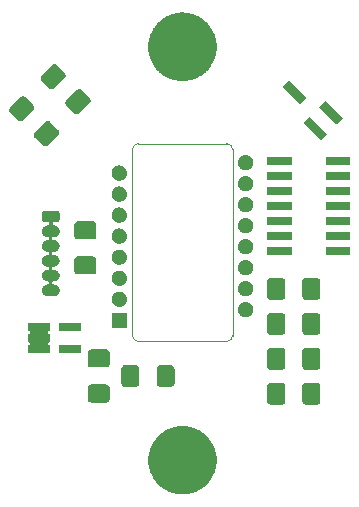
<source format=gbr>
G04 #@! TF.GenerationSoftware,KiCad,Pcbnew,7.0.5-0*
G04 #@! TF.CreationDate,2023-08-21T21:43:47+08:00*
G04 #@! TF.ProjectId,sensor,73656e73-6f72-42e6-9b69-6361645f7063,rev?*
G04 #@! TF.SameCoordinates,PX4d3f640PY69db9c0*
G04 #@! TF.FileFunction,Soldermask,Bot*
G04 #@! TF.FilePolarity,Negative*
%FSLAX46Y46*%
G04 Gerber Fmt 4.6, Leading zero omitted, Abs format (unit mm)*
G04 Created by KiCad (PCBNEW 7.0.5-0) date 2023-08-21 21:43:47*
%MOMM*%
%LPD*%
G01*
G04 APERTURE LIST*
G04 #@! TA.AperFunction,Profile*
%ADD10C,0.100000*%
G04 #@! TD*
G04 APERTURE END LIST*
D10*
X-4238753Y8796047D02*
X-4238753Y-6953953D01*
X-3738753Y9296047D02*
X3761247Y9296047D01*
X-3738753Y-7453953D02*
X3761247Y-7453953D01*
X4261247Y-6953953D02*
X4261247Y8796047D01*
X-3738753Y9296047D02*
G75*
G03*
X-4238753Y8796047I1J-500001D01*
G01*
X-4238753Y-6953953D02*
G75*
G03*
X-3738753Y-7453953I499998J-2D01*
G01*
X4261247Y8796047D02*
G75*
G03*
X3761247Y9296047I-499997J3D01*
G01*
X3761247Y-7453947D02*
G75*
G03*
X4261247Y-6953953I13J499987D01*
G01*
G36*
X83902Y-14603908D02*
G01*
X168678Y-14603908D01*
X247083Y-14613072D01*
X324782Y-14617436D01*
X413770Y-14632555D01*
X503753Y-14643073D01*
X574855Y-14659924D01*
X645487Y-14671925D01*
X738240Y-14698646D01*
X832016Y-14720872D01*
X895166Y-14743856D01*
X958076Y-14761981D01*
X1053084Y-14801334D01*
X1149027Y-14836255D01*
X1203798Y-14863762D01*
X1258613Y-14886467D01*
X1354210Y-14939301D01*
X1450500Y-14987660D01*
X1496761Y-15018086D01*
X1543317Y-15043817D01*
X1637669Y-15110763D01*
X1732357Y-15173041D01*
X1770233Y-15204823D01*
X1808623Y-15232062D01*
X1899783Y-15313528D01*
X1990787Y-15389889D01*
X2020646Y-15421538D01*
X2051177Y-15448822D01*
X2137133Y-15545006D01*
X2222295Y-15635273D01*
X2244725Y-15665402D01*
X2267937Y-15691376D01*
X2346640Y-15802297D01*
X2423750Y-15905874D01*
X2439552Y-15933245D01*
X2456182Y-15956682D01*
X2525591Y-16082270D01*
X2592428Y-16198034D01*
X2602581Y-16221572D01*
X2613532Y-16241386D01*
X2671602Y-16381580D01*
X2726048Y-16507800D01*
X2731690Y-16526646D01*
X2738018Y-16541923D01*
X2782804Y-16697378D01*
X2822803Y-16830983D01*
X2825181Y-16844471D01*
X2828074Y-16854512D01*
X2857762Y-17029250D01*
X2881384Y-17163214D01*
X2881832Y-17170919D01*
X2882563Y-17175217D01*
X2895494Y-17405475D01*
X2901000Y-17500000D01*
X2895494Y-17594531D01*
X2882563Y-17824782D01*
X2881832Y-17829079D01*
X2881384Y-17836786D01*
X2857758Y-17970776D01*
X2828074Y-18145487D01*
X2825181Y-18155525D01*
X2822803Y-18169017D01*
X2782796Y-18302647D01*
X2738018Y-18458076D01*
X2731691Y-18473349D01*
X2726048Y-18492200D01*
X2671591Y-18618443D01*
X2613532Y-18758613D01*
X2602583Y-18778422D01*
X2592428Y-18801966D01*
X2525578Y-18917752D01*
X2456182Y-19043317D01*
X2439555Y-19066749D01*
X2423750Y-19094126D01*
X2346625Y-19197722D01*
X2267937Y-19308623D01*
X2244729Y-19334591D01*
X2222295Y-19364727D01*
X2137116Y-19455011D01*
X2051177Y-19551177D01*
X2020652Y-19578455D01*
X1990787Y-19610111D01*
X1899764Y-19686487D01*
X1808623Y-19767937D01*
X1770241Y-19795170D01*
X1732357Y-19826959D01*
X1637650Y-19889248D01*
X1543317Y-19956182D01*
X1496770Y-19981907D01*
X1450500Y-20012340D01*
X1354190Y-20060708D01*
X1258613Y-20113532D01*
X1203809Y-20136232D01*
X1149027Y-20163745D01*
X1053064Y-20198672D01*
X958076Y-20238018D01*
X895179Y-20256138D01*
X832016Y-20279128D01*
X738220Y-20301357D01*
X645487Y-20328074D01*
X574870Y-20340072D01*
X503753Y-20356927D01*
X413751Y-20367446D01*
X324782Y-20382563D01*
X247100Y-20386925D01*
X168678Y-20396092D01*
X83883Y-20396092D01*
X-1Y-20400803D01*
X-83885Y-20396092D01*
X-168678Y-20396092D01*
X-247100Y-20386925D01*
X-324783Y-20382563D01*
X-413755Y-20367446D01*
X-503753Y-20356927D01*
X-574868Y-20340072D01*
X-645488Y-20328074D01*
X-738227Y-20301356D01*
X-832016Y-20279128D01*
X-895176Y-20256139D01*
X-958077Y-20238018D01*
X-1053073Y-20198669D01*
X-1149027Y-20163745D01*
X-1203805Y-20136234D01*
X-1258614Y-20113532D01*
X-1354202Y-20060702D01*
X-1450500Y-20012340D01*
X-1496766Y-19981910D01*
X-1543318Y-19956182D01*
X-1637665Y-19889239D01*
X-1732357Y-19826959D01*
X-1770237Y-19795174D01*
X-1808624Y-19767937D01*
X-1899782Y-19686473D01*
X-1990787Y-19610111D01*
X-2020648Y-19578461D01*
X-2051178Y-19551177D01*
X-2137136Y-19454990D01*
X-2222295Y-19364727D01*
X-2244725Y-19334598D01*
X-2267938Y-19308623D01*
X-2346647Y-19197694D01*
X-2423750Y-19094126D01*
X-2439552Y-19066756D01*
X-2456183Y-19043317D01*
X-2525603Y-18917711D01*
X-2592428Y-18801966D01*
X-2602581Y-18778430D01*
X-2613533Y-18758613D01*
X-2671618Y-18618385D01*
X-2726048Y-18492200D01*
X-2731689Y-18473358D01*
X-2738019Y-18458076D01*
X-2782824Y-18302558D01*
X-2822803Y-18169017D01*
X-2825181Y-18155534D01*
X-2828075Y-18145487D01*
X-2857786Y-17970620D01*
X-2881384Y-17836786D01*
X-2881833Y-17829088D01*
X-2882564Y-17824782D01*
X-2895521Y-17594071D01*
X-2901000Y-17500000D01*
X-2895524Y-17405974D01*
X-2882564Y-17175217D01*
X-2881833Y-17170910D01*
X-2881384Y-17163214D01*
X-2857791Y-17029406D01*
X-2828075Y-16854512D01*
X-2825180Y-16844462D01*
X-2822803Y-16830983D01*
X-2782831Y-16697466D01*
X-2738019Y-16541923D01*
X-2731688Y-16526637D01*
X-2726048Y-16507800D01*
X-2671628Y-16381639D01*
X-2613533Y-16241386D01*
X-2602579Y-16221564D01*
X-2592428Y-16198034D01*
X-2525616Y-16082310D01*
X-2456183Y-15956682D01*
X-2439549Y-15933237D01*
X-2423750Y-15905874D01*
X-2346662Y-15802326D01*
X-2267938Y-15691376D01*
X-2244721Y-15665395D01*
X-2222295Y-15635273D01*
X-2137153Y-15545026D01*
X-2051178Y-15448822D01*
X-2020642Y-15421532D01*
X-1990787Y-15389889D01*
X-1899800Y-15313541D01*
X-1808624Y-15232062D01*
X-1770229Y-15204818D01*
X-1732357Y-15173041D01*
X-1637684Y-15110772D01*
X-1543318Y-15043817D01*
X-1496756Y-15018083D01*
X-1450500Y-14987660D01*
X-1354221Y-14939306D01*
X-1258614Y-14886467D01*
X-1203794Y-14863759D01*
X-1149027Y-14836255D01*
X-1053093Y-14801337D01*
X-958077Y-14761981D01*
X-895163Y-14743855D01*
X-832016Y-14720872D01*
X-738247Y-14698648D01*
X-645488Y-14671925D01*
X-574853Y-14659923D01*
X-503753Y-14643073D01*
X-413774Y-14632555D01*
X-324783Y-14617436D01*
X-247084Y-14613072D01*
X-168678Y-14603908D01*
X-83902Y-14603908D01*
X0Y-14599196D01*
X83902Y-14603908D01*
G37*
G36*
X8467913Y-10967195D02*
G01*
X8483725Y-10974176D01*
X8491531Y-10975413D01*
X8524044Y-10991979D01*
X8569106Y-11011876D01*
X8647324Y-11090094D01*
X8667223Y-11135162D01*
X8683786Y-11167668D01*
X8685022Y-11175472D01*
X8692005Y-11191287D01*
X8699999Y-11260202D01*
X8699999Y-11270031D01*
X8700000Y-11270038D01*
X8700000Y-12315661D01*
X8700000Y-12510199D01*
X8692005Y-12579113D01*
X8685021Y-12594928D01*
X8683786Y-12602731D01*
X8667226Y-12635230D01*
X8647324Y-12680306D01*
X8569106Y-12758524D01*
X8524030Y-12778426D01*
X8491531Y-12794986D01*
X8483728Y-12796221D01*
X8467913Y-12803205D01*
X8398998Y-12811199D01*
X8389168Y-12811199D01*
X8389162Y-12811200D01*
X7483838Y-12811200D01*
X7483837Y-12811199D01*
X7474001Y-12811200D01*
X7405087Y-12803205D01*
X7389272Y-12796222D01*
X7381468Y-12794986D01*
X7348962Y-12778423D01*
X7303894Y-12758524D01*
X7225676Y-12680306D01*
X7205779Y-12635244D01*
X7189213Y-12602731D01*
X7187976Y-12594925D01*
X7180995Y-12579113D01*
X7173001Y-12510198D01*
X7173000Y-12500367D01*
X7173000Y-12500361D01*
X7173000Y-11270038D01*
X7173000Y-11270037D01*
X7173000Y-11260201D01*
X7180995Y-11191287D01*
X7187976Y-11175475D01*
X7189213Y-11167668D01*
X7205782Y-11135147D01*
X7225676Y-11090094D01*
X7303894Y-11011876D01*
X7348947Y-10991982D01*
X7381468Y-10975413D01*
X7389275Y-10974176D01*
X7405087Y-10967195D01*
X7474002Y-10959201D01*
X7483831Y-10959200D01*
X7483838Y-10959200D01*
X8389162Y-10959200D01*
X8398999Y-10959200D01*
X8467913Y-10967195D01*
G37*
G36*
X11442913Y-10967195D02*
G01*
X11458725Y-10974176D01*
X11466531Y-10975413D01*
X11499044Y-10991979D01*
X11544106Y-11011876D01*
X11622324Y-11090094D01*
X11642223Y-11135162D01*
X11658786Y-11167668D01*
X11660022Y-11175472D01*
X11667005Y-11191287D01*
X11674999Y-11260202D01*
X11674999Y-11270031D01*
X11675000Y-11270038D01*
X11675000Y-12315661D01*
X11675000Y-12510199D01*
X11667005Y-12579113D01*
X11660021Y-12594928D01*
X11658786Y-12602731D01*
X11642226Y-12635230D01*
X11622324Y-12680306D01*
X11544106Y-12758524D01*
X11499030Y-12778426D01*
X11466531Y-12794986D01*
X11458728Y-12796221D01*
X11442913Y-12803205D01*
X11373998Y-12811199D01*
X11364168Y-12811199D01*
X11364162Y-12811200D01*
X10458838Y-12811200D01*
X10458837Y-12811199D01*
X10449001Y-12811200D01*
X10380087Y-12803205D01*
X10364272Y-12796222D01*
X10356468Y-12794986D01*
X10323962Y-12778423D01*
X10278894Y-12758524D01*
X10200676Y-12680306D01*
X10180779Y-12635244D01*
X10164213Y-12602731D01*
X10162976Y-12594925D01*
X10155995Y-12579113D01*
X10148001Y-12510198D01*
X10148000Y-12500367D01*
X10148000Y-12500361D01*
X10148000Y-11270038D01*
X10148000Y-11270037D01*
X10148000Y-11260201D01*
X10155995Y-11191287D01*
X10162976Y-11175475D01*
X10164213Y-11167668D01*
X10180782Y-11135147D01*
X10200676Y-11090094D01*
X10278894Y-11011876D01*
X10323947Y-10991982D01*
X10356468Y-10975413D01*
X10364275Y-10974176D01*
X10380087Y-10967195D01*
X10449002Y-10959201D01*
X10458831Y-10959200D01*
X10458838Y-10959200D01*
X11364162Y-10959200D01*
X11373999Y-10959200D01*
X11442913Y-10967195D01*
G37*
G36*
X-6392087Y-11107495D02*
G01*
X-6376275Y-11114476D01*
X-6368469Y-11115713D01*
X-6335956Y-11132279D01*
X-6290894Y-11152176D01*
X-6212676Y-11230394D01*
X-6192777Y-11275462D01*
X-6176214Y-11307968D01*
X-6174978Y-11315772D01*
X-6167995Y-11331587D01*
X-6160001Y-11400502D01*
X-6160001Y-11410331D01*
X-6160000Y-11410338D01*
X-6160000Y-12315661D01*
X-6160000Y-12325499D01*
X-6167995Y-12394413D01*
X-6174979Y-12410228D01*
X-6176214Y-12418031D01*
X-6192774Y-12450530D01*
X-6212676Y-12495606D01*
X-6290894Y-12573824D01*
X-6335970Y-12593726D01*
X-6368469Y-12610286D01*
X-6376272Y-12611521D01*
X-6392087Y-12618505D01*
X-6461002Y-12626499D01*
X-6470832Y-12626499D01*
X-6470838Y-12626500D01*
X-7701162Y-12626500D01*
X-7701163Y-12626499D01*
X-7710999Y-12626500D01*
X-7779913Y-12618505D01*
X-7795728Y-12611522D01*
X-7803532Y-12610286D01*
X-7836038Y-12593723D01*
X-7881106Y-12573824D01*
X-7959324Y-12495606D01*
X-7979221Y-12450544D01*
X-7995787Y-12418031D01*
X-7997024Y-12410225D01*
X-8004005Y-12394413D01*
X-8011999Y-12325498D01*
X-8012000Y-12315667D01*
X-8012000Y-12315661D01*
X-8012000Y-11410338D01*
X-8012000Y-11410337D01*
X-8012000Y-11400501D01*
X-8004005Y-11331587D01*
X-7997024Y-11315775D01*
X-7995787Y-11307968D01*
X-7979218Y-11275447D01*
X-7959324Y-11230394D01*
X-7881106Y-11152176D01*
X-7836053Y-11132282D01*
X-7803532Y-11115713D01*
X-7795725Y-11114476D01*
X-7779913Y-11107495D01*
X-7710998Y-11099501D01*
X-7701169Y-11099500D01*
X-7701162Y-11099500D01*
X-6470838Y-11099500D01*
X-6461001Y-11099500D01*
X-6392087Y-11107495D01*
G37*
G36*
X-3876487Y-9457495D02*
G01*
X-3860675Y-9464476D01*
X-3852869Y-9465713D01*
X-3820356Y-9482279D01*
X-3775294Y-9502176D01*
X-3697076Y-9580394D01*
X-3677177Y-9625462D01*
X-3660614Y-9657968D01*
X-3659378Y-9665772D01*
X-3652395Y-9681587D01*
X-3644401Y-9750502D01*
X-3644401Y-9760331D01*
X-3644400Y-9760338D01*
X-3644400Y-10959200D01*
X-3644400Y-11000499D01*
X-3652395Y-11069413D01*
X-3659379Y-11085228D01*
X-3660614Y-11093031D01*
X-3677174Y-11125530D01*
X-3697076Y-11170606D01*
X-3775294Y-11248824D01*
X-3820370Y-11268726D01*
X-3852869Y-11285286D01*
X-3860672Y-11286521D01*
X-3876487Y-11293505D01*
X-3945402Y-11301499D01*
X-3955232Y-11301499D01*
X-3955238Y-11301500D01*
X-4860562Y-11301500D01*
X-4860563Y-11301499D01*
X-4870399Y-11301500D01*
X-4939313Y-11293505D01*
X-4955128Y-11286522D01*
X-4962932Y-11285286D01*
X-4995438Y-11268723D01*
X-5040506Y-11248824D01*
X-5118724Y-11170606D01*
X-5138621Y-11125544D01*
X-5155187Y-11093031D01*
X-5156424Y-11085225D01*
X-5163405Y-11069413D01*
X-5171399Y-11000498D01*
X-5171400Y-10990667D01*
X-5171400Y-10990661D01*
X-5171400Y-9760338D01*
X-5171400Y-9760337D01*
X-5171400Y-9750501D01*
X-5163405Y-9681587D01*
X-5156424Y-9665775D01*
X-5155187Y-9657968D01*
X-5138618Y-9625447D01*
X-5118724Y-9580394D01*
X-5040506Y-9502176D01*
X-4995453Y-9482282D01*
X-4962932Y-9465713D01*
X-4955125Y-9464476D01*
X-4939313Y-9457495D01*
X-4870398Y-9449501D01*
X-4860569Y-9449500D01*
X-4860562Y-9449500D01*
X-3955238Y-9449500D01*
X-3945401Y-9449500D01*
X-3876487Y-9457495D01*
G37*
G36*
X-901487Y-9457495D02*
G01*
X-885675Y-9464476D01*
X-877869Y-9465713D01*
X-845356Y-9482279D01*
X-800294Y-9502176D01*
X-722076Y-9580394D01*
X-702177Y-9625462D01*
X-685614Y-9657968D01*
X-684378Y-9665772D01*
X-677395Y-9681587D01*
X-669401Y-9750502D01*
X-669401Y-9760331D01*
X-669400Y-9760338D01*
X-669400Y-10959200D01*
X-669400Y-11000499D01*
X-677395Y-11069413D01*
X-684379Y-11085228D01*
X-685614Y-11093031D01*
X-702174Y-11125530D01*
X-722076Y-11170606D01*
X-800294Y-11248824D01*
X-845370Y-11268726D01*
X-877869Y-11285286D01*
X-885672Y-11286521D01*
X-901487Y-11293505D01*
X-970402Y-11301499D01*
X-980232Y-11301499D01*
X-980238Y-11301500D01*
X-1885562Y-11301500D01*
X-1885563Y-11301499D01*
X-1895399Y-11301500D01*
X-1964313Y-11293505D01*
X-1980128Y-11286522D01*
X-1987932Y-11285286D01*
X-2020438Y-11268723D01*
X-2065506Y-11248824D01*
X-2143724Y-11170606D01*
X-2163621Y-11125544D01*
X-2180187Y-11093031D01*
X-2181424Y-11085225D01*
X-2188405Y-11069413D01*
X-2196399Y-11000498D01*
X-2196400Y-10990667D01*
X-2196400Y-10990661D01*
X-2196400Y-9760338D01*
X-2196400Y-9760337D01*
X-2196400Y-9750501D01*
X-2188405Y-9681587D01*
X-2181424Y-9665775D01*
X-2180187Y-9657968D01*
X-2163618Y-9625447D01*
X-2143724Y-9580394D01*
X-2065506Y-9502176D01*
X-2020453Y-9482282D01*
X-1987932Y-9465713D01*
X-1980125Y-9464476D01*
X-1964313Y-9457495D01*
X-1895398Y-9449501D01*
X-1885569Y-9449500D01*
X-1885562Y-9449500D01*
X-980238Y-9449500D01*
X-970401Y-9449500D01*
X-901487Y-9457495D01*
G37*
G36*
X8467913Y-8007627D02*
G01*
X8483725Y-8014608D01*
X8491531Y-8015845D01*
X8524044Y-8032411D01*
X8569106Y-8052308D01*
X8647324Y-8130526D01*
X8667223Y-8175594D01*
X8683786Y-8208100D01*
X8685022Y-8215904D01*
X8692005Y-8231719D01*
X8699999Y-8300634D01*
X8699999Y-8310463D01*
X8700000Y-8310470D01*
X8700000Y-9340661D01*
X8700000Y-9550631D01*
X8692005Y-9619545D01*
X8685021Y-9635360D01*
X8683786Y-9643163D01*
X8667226Y-9675662D01*
X8647324Y-9720738D01*
X8569106Y-9798956D01*
X8524030Y-9818858D01*
X8491531Y-9835418D01*
X8483728Y-9836653D01*
X8467913Y-9843637D01*
X8398998Y-9851631D01*
X8389168Y-9851631D01*
X8389162Y-9851632D01*
X7483838Y-9851632D01*
X7483837Y-9851631D01*
X7474001Y-9851632D01*
X7405087Y-9843637D01*
X7389272Y-9836654D01*
X7381468Y-9835418D01*
X7348962Y-9818855D01*
X7303894Y-9798956D01*
X7225676Y-9720738D01*
X7205779Y-9675676D01*
X7189213Y-9643163D01*
X7187976Y-9635357D01*
X7180995Y-9619545D01*
X7173001Y-9550630D01*
X7173000Y-9540799D01*
X7173000Y-9540793D01*
X7173000Y-8310470D01*
X7173000Y-8310469D01*
X7173000Y-8300633D01*
X7180995Y-8231719D01*
X7187976Y-8215907D01*
X7189213Y-8208100D01*
X7205782Y-8175579D01*
X7225676Y-8130526D01*
X7303894Y-8052308D01*
X7348947Y-8032414D01*
X7381468Y-8015845D01*
X7389275Y-8014608D01*
X7405087Y-8007627D01*
X7474002Y-7999633D01*
X7483831Y-7999632D01*
X7483838Y-7999632D01*
X8389162Y-7999632D01*
X8398999Y-7999632D01*
X8467913Y-8007627D01*
G37*
G36*
X11442913Y-8007627D02*
G01*
X11458725Y-8014608D01*
X11466531Y-8015845D01*
X11499044Y-8032411D01*
X11544106Y-8052308D01*
X11622324Y-8130526D01*
X11642223Y-8175594D01*
X11658786Y-8208100D01*
X11660022Y-8215904D01*
X11667005Y-8231719D01*
X11674999Y-8300634D01*
X11674999Y-8310463D01*
X11675000Y-8310470D01*
X11675000Y-9340661D01*
X11675000Y-9550631D01*
X11667005Y-9619545D01*
X11660021Y-9635360D01*
X11658786Y-9643163D01*
X11642226Y-9675662D01*
X11622324Y-9720738D01*
X11544106Y-9798956D01*
X11499030Y-9818858D01*
X11466531Y-9835418D01*
X11458728Y-9836653D01*
X11442913Y-9843637D01*
X11373998Y-9851631D01*
X11364168Y-9851631D01*
X11364162Y-9851632D01*
X10458838Y-9851632D01*
X10458837Y-9851631D01*
X10449001Y-9851632D01*
X10380087Y-9843637D01*
X10364272Y-9836654D01*
X10356468Y-9835418D01*
X10323962Y-9818855D01*
X10278894Y-9798956D01*
X10200676Y-9720738D01*
X10180779Y-9675676D01*
X10164213Y-9643163D01*
X10162976Y-9635357D01*
X10155995Y-9619545D01*
X10148001Y-9550630D01*
X10148000Y-9540799D01*
X10148000Y-9540793D01*
X10148000Y-8310470D01*
X10148000Y-8310469D01*
X10148000Y-8300633D01*
X10155995Y-8231719D01*
X10162976Y-8215907D01*
X10164213Y-8208100D01*
X10180782Y-8175579D01*
X10200676Y-8130526D01*
X10278894Y-8052308D01*
X10323947Y-8032414D01*
X10356468Y-8015845D01*
X10364275Y-8014608D01*
X10380087Y-8007627D01*
X10449002Y-7999633D01*
X10458831Y-7999632D01*
X10458838Y-7999632D01*
X11364162Y-7999632D01*
X11373999Y-7999632D01*
X11442913Y-8007627D01*
G37*
G36*
X-6392087Y-8132495D02*
G01*
X-6376275Y-8139476D01*
X-6368469Y-8140713D01*
X-6335956Y-8157279D01*
X-6290894Y-8177176D01*
X-6212676Y-8255394D01*
X-6192777Y-8300462D01*
X-6176214Y-8332968D01*
X-6174978Y-8340772D01*
X-6167995Y-8356587D01*
X-6160001Y-8425502D01*
X-6160001Y-8435331D01*
X-6160000Y-8435338D01*
X-6160000Y-9340661D01*
X-6160000Y-9350499D01*
X-6167995Y-9419413D01*
X-6174979Y-9435228D01*
X-6176214Y-9443031D01*
X-6192774Y-9475530D01*
X-6212676Y-9520606D01*
X-6290894Y-9598824D01*
X-6335970Y-9618726D01*
X-6368469Y-9635286D01*
X-6376272Y-9636521D01*
X-6392087Y-9643505D01*
X-6461002Y-9651499D01*
X-6470832Y-9651499D01*
X-6470838Y-9651500D01*
X-7701162Y-9651500D01*
X-7701163Y-9651499D01*
X-7710999Y-9651500D01*
X-7779913Y-9643505D01*
X-7795728Y-9636522D01*
X-7803532Y-9635286D01*
X-7836038Y-9618723D01*
X-7881106Y-9598824D01*
X-7959324Y-9520606D01*
X-7979221Y-9475544D01*
X-7995787Y-9443031D01*
X-7997024Y-9435225D01*
X-8004005Y-9419413D01*
X-8011999Y-9350498D01*
X-8012000Y-9340667D01*
X-8012000Y-9340661D01*
X-8012000Y-8435338D01*
X-8012000Y-8435337D01*
X-8012000Y-8425501D01*
X-8004005Y-8356587D01*
X-7997024Y-8340775D01*
X-7995787Y-8332968D01*
X-7979218Y-8300447D01*
X-7959324Y-8255394D01*
X-7881106Y-8177176D01*
X-7836053Y-8157282D01*
X-7803532Y-8140713D01*
X-7795725Y-8139476D01*
X-7779913Y-8132495D01*
X-7710998Y-8124501D01*
X-7701169Y-8124500D01*
X-7701162Y-8124500D01*
X-6470838Y-8124500D01*
X-6461001Y-8124500D01*
X-6392087Y-8132495D01*
G37*
G36*
X-11209983Y-5878882D02*
G01*
X-11193438Y-5889938D01*
X-11182382Y-5906483D01*
X-11178500Y-5926000D01*
X-11178500Y-6526000D01*
X-11182382Y-6545517D01*
X-11193438Y-6562062D01*
X-11209983Y-6573118D01*
X-11229500Y-6577000D01*
X-11241821Y-6577000D01*
X-11349478Y-6598412D01*
X-11349482Y-6803582D01*
X-11241805Y-6825000D01*
X-11229500Y-6825000D01*
X-11209983Y-6828882D01*
X-11193438Y-6839938D01*
X-11182382Y-6856483D01*
X-11178500Y-6876000D01*
X-11178500Y-7476000D01*
X-11182382Y-7495517D01*
X-11193438Y-7512062D01*
X-11209983Y-7523118D01*
X-11229500Y-7527000D01*
X-11241821Y-7527000D01*
X-11349478Y-7548412D01*
X-11349482Y-7753582D01*
X-11241805Y-7775000D01*
X-11229500Y-7775000D01*
X-11209983Y-7778882D01*
X-11193438Y-7789938D01*
X-11182382Y-7806483D01*
X-11178500Y-7826000D01*
X-11178500Y-8426000D01*
X-11182382Y-8445517D01*
X-11193438Y-8462062D01*
X-11209983Y-8473118D01*
X-11229500Y-8477000D01*
X-13029500Y-8477000D01*
X-13049017Y-8473118D01*
X-13065562Y-8462062D01*
X-13076618Y-8445517D01*
X-13080500Y-8426000D01*
X-13080500Y-7826000D01*
X-13076618Y-7806483D01*
X-13065562Y-7789938D01*
X-13049017Y-7778882D01*
X-13029500Y-7775000D01*
X-13017189Y-7775000D01*
X-12909521Y-7753585D01*
X-12909521Y-7548415D01*
X-13017185Y-7527000D01*
X-13029500Y-7527000D01*
X-13049017Y-7523118D01*
X-13065562Y-7512062D01*
X-13076618Y-7495517D01*
X-13080500Y-7476000D01*
X-13080500Y-6876000D01*
X-13076618Y-6856483D01*
X-13065562Y-6839938D01*
X-13049017Y-6828882D01*
X-13029500Y-6825000D01*
X-13017189Y-6825000D01*
X-12909521Y-6803585D01*
X-12909521Y-6598415D01*
X-13017185Y-6577000D01*
X-13029500Y-6577000D01*
X-13049017Y-6573118D01*
X-13065562Y-6562062D01*
X-13076618Y-6545517D01*
X-13080500Y-6526000D01*
X-13080500Y-5926000D01*
X-13076618Y-5906483D01*
X-13065562Y-5889938D01*
X-13049017Y-5878882D01*
X-13029500Y-5875000D01*
X-11229500Y-5875000D01*
X-11209983Y-5878882D01*
G37*
G36*
X-8609983Y-7778882D02*
G01*
X-8593438Y-7789938D01*
X-8582382Y-7806483D01*
X-8578500Y-7826000D01*
X-8578500Y-8426000D01*
X-8582382Y-8445517D01*
X-8593438Y-8462062D01*
X-8609983Y-8473118D01*
X-8629500Y-8477000D01*
X-10429500Y-8477000D01*
X-10449017Y-8473118D01*
X-10465562Y-8462062D01*
X-10476618Y-8445517D01*
X-10480500Y-8426000D01*
X-10480500Y-7826000D01*
X-10476618Y-7806483D01*
X-10465562Y-7789938D01*
X-10449017Y-7778882D01*
X-10429500Y-7775000D01*
X-8629500Y-7775000D01*
X-8609983Y-7778882D01*
G37*
G36*
X8467913Y-5048061D02*
G01*
X8483725Y-5055042D01*
X8491531Y-5056279D01*
X8524044Y-5072845D01*
X8569106Y-5092742D01*
X8647324Y-5170960D01*
X8667223Y-5216028D01*
X8683786Y-5248534D01*
X8685022Y-5256338D01*
X8692005Y-5272153D01*
X8699999Y-5341068D01*
X8699999Y-5350897D01*
X8700000Y-5350904D01*
X8700000Y-6247686D01*
X8700000Y-6591065D01*
X8692005Y-6659979D01*
X8685021Y-6675794D01*
X8683786Y-6683597D01*
X8667226Y-6716096D01*
X8647324Y-6761172D01*
X8569106Y-6839390D01*
X8524030Y-6859292D01*
X8491531Y-6875852D01*
X8483728Y-6877087D01*
X8467913Y-6884071D01*
X8398998Y-6892065D01*
X8389168Y-6892065D01*
X8389162Y-6892066D01*
X7483838Y-6892066D01*
X7483837Y-6892065D01*
X7474001Y-6892066D01*
X7405087Y-6884071D01*
X7389272Y-6877088D01*
X7381468Y-6875852D01*
X7348962Y-6859289D01*
X7303894Y-6839390D01*
X7225676Y-6761172D01*
X7205779Y-6716110D01*
X7189213Y-6683597D01*
X7187976Y-6675791D01*
X7180995Y-6659979D01*
X7173001Y-6591064D01*
X7173000Y-6581233D01*
X7173000Y-6581227D01*
X7173000Y-5350904D01*
X7173000Y-5350903D01*
X7173000Y-5341067D01*
X7180995Y-5272153D01*
X7187976Y-5256341D01*
X7189213Y-5248534D01*
X7205782Y-5216013D01*
X7225676Y-5170960D01*
X7303894Y-5092742D01*
X7348947Y-5072848D01*
X7381468Y-5056279D01*
X7389275Y-5055042D01*
X7405087Y-5048061D01*
X7474002Y-5040067D01*
X7483831Y-5040066D01*
X7483838Y-5040066D01*
X8389162Y-5040066D01*
X8398999Y-5040066D01*
X8467913Y-5048061D01*
G37*
G36*
X11442913Y-5048061D02*
G01*
X11458725Y-5055042D01*
X11466531Y-5056279D01*
X11499044Y-5072845D01*
X11544106Y-5092742D01*
X11622324Y-5170960D01*
X11642223Y-5216028D01*
X11658786Y-5248534D01*
X11660022Y-5256338D01*
X11667005Y-5272153D01*
X11674999Y-5341068D01*
X11674999Y-5350897D01*
X11675000Y-5350904D01*
X11675000Y-6247686D01*
X11675000Y-6591065D01*
X11667005Y-6659979D01*
X11660021Y-6675794D01*
X11658786Y-6683597D01*
X11642226Y-6716096D01*
X11622324Y-6761172D01*
X11544106Y-6839390D01*
X11499030Y-6859292D01*
X11466531Y-6875852D01*
X11458728Y-6877087D01*
X11442913Y-6884071D01*
X11373998Y-6892065D01*
X11364168Y-6892065D01*
X11364162Y-6892066D01*
X10458838Y-6892066D01*
X10458837Y-6892065D01*
X10449001Y-6892066D01*
X10380087Y-6884071D01*
X10364272Y-6877088D01*
X10356468Y-6875852D01*
X10323962Y-6859289D01*
X10278894Y-6839390D01*
X10200676Y-6761172D01*
X10180779Y-6716110D01*
X10164213Y-6683597D01*
X10162976Y-6675791D01*
X10155995Y-6659979D01*
X10148001Y-6591064D01*
X10148000Y-6581233D01*
X10148000Y-6581227D01*
X10148000Y-5350904D01*
X10148000Y-5350903D01*
X10148000Y-5341067D01*
X10155995Y-5272153D01*
X10162976Y-5256341D01*
X10164213Y-5248534D01*
X10180782Y-5216013D01*
X10200676Y-5170960D01*
X10278894Y-5092742D01*
X10323947Y-5072848D01*
X10356468Y-5056279D01*
X10364275Y-5055042D01*
X10380087Y-5048061D01*
X10449002Y-5040067D01*
X10458831Y-5040066D01*
X10458838Y-5040066D01*
X11364162Y-5040066D01*
X11373999Y-5040066D01*
X11442913Y-5048061D01*
G37*
G36*
X-8609983Y-5878882D02*
G01*
X-8593438Y-5889938D01*
X-8582382Y-5906483D01*
X-8578500Y-5926000D01*
X-8578500Y-6526000D01*
X-8582382Y-6545517D01*
X-8593438Y-6562062D01*
X-8609983Y-6573118D01*
X-8629500Y-6577000D01*
X-10429500Y-6577000D01*
X-10449017Y-6573118D01*
X-10465562Y-6562062D01*
X-10476618Y-6545517D01*
X-10480500Y-6526000D01*
X-10480500Y-5926000D01*
X-10476618Y-5906483D01*
X-10465562Y-5889938D01*
X-10449017Y-5878882D01*
X-10429500Y-5875000D01*
X-8629500Y-5875000D01*
X-8609983Y-5878882D01*
G37*
G36*
X-4730483Y-5012882D02*
G01*
X-4713938Y-5023938D01*
X-4702882Y-5040483D01*
X-4699000Y-5060000D01*
X-4699000Y-6260000D01*
X-4702882Y-6279517D01*
X-4713938Y-6296062D01*
X-4730483Y-6307118D01*
X-4750000Y-6311000D01*
X-5950000Y-6311000D01*
X-5969517Y-6307118D01*
X-5986062Y-6296062D01*
X-5997118Y-6279517D01*
X-6001000Y-6260000D01*
X-6001000Y-5060000D01*
X-5997118Y-5040483D01*
X-5986062Y-5023938D01*
X-5969517Y-5012882D01*
X-5950000Y-5009000D01*
X-4750000Y-5009000D01*
X-4730483Y-5012882D01*
G37*
G36*
X5385118Y-4123747D02*
G01*
X5428469Y-4123747D01*
X5464979Y-4132745D01*
X5494686Y-4136093D01*
X5533108Y-4149537D01*
X5580848Y-4161304D01*
X5609077Y-4176120D01*
X5632114Y-4184181D01*
X5671051Y-4208647D01*
X5719810Y-4234238D01*
X5739401Y-4251594D01*
X5755395Y-4261644D01*
X5791505Y-4297754D01*
X5837280Y-4338307D01*
X5848917Y-4355166D01*
X5858355Y-4364604D01*
X5888024Y-4411823D01*
X5926432Y-4467465D01*
X5931676Y-4481294D01*
X5935818Y-4487885D01*
X5955403Y-4543857D01*
X5982083Y-4614206D01*
X5983179Y-4623236D01*
X5983906Y-4625313D01*
X5990017Y-4679552D01*
X6001000Y-4770000D01*
X5990016Y-4860455D01*
X5983906Y-4914686D01*
X5983179Y-4916761D01*
X5982083Y-4925794D01*
X5955398Y-4996154D01*
X5935818Y-5052114D01*
X5931677Y-5058703D01*
X5926432Y-5072535D01*
X5888017Y-5128186D01*
X5858355Y-5175395D01*
X5848919Y-5184830D01*
X5837280Y-5201693D01*
X5791496Y-5242253D01*
X5755395Y-5278355D01*
X5739405Y-5288401D01*
X5719810Y-5305762D01*
X5671041Y-5331357D01*
X5632114Y-5355818D01*
X5609083Y-5363876D01*
X5580848Y-5378696D01*
X5533099Y-5390464D01*
X5494686Y-5403906D01*
X5464986Y-5407252D01*
X5428469Y-5416253D01*
X5385109Y-5416253D01*
X5350000Y-5420209D01*
X5314891Y-5416253D01*
X5271531Y-5416253D01*
X5235014Y-5407252D01*
X5205313Y-5403906D01*
X5166897Y-5390463D01*
X5119152Y-5378696D01*
X5090918Y-5363877D01*
X5067885Y-5355818D01*
X5028952Y-5331354D01*
X4980190Y-5305762D01*
X4960596Y-5288403D01*
X4944604Y-5278355D01*
X4908494Y-5242245D01*
X4862720Y-5201693D01*
X4851082Y-5184833D01*
X4841644Y-5175395D01*
X4811970Y-5128170D01*
X4773568Y-5072535D01*
X4768323Y-5058707D01*
X4764181Y-5052114D01*
X4744588Y-4996120D01*
X4717917Y-4925794D01*
X4716820Y-4916765D01*
X4716093Y-4914686D01*
X4709969Y-4860340D01*
X4699000Y-4770000D01*
X4709968Y-4679667D01*
X4716093Y-4625313D01*
X4716820Y-4623232D01*
X4717917Y-4614206D01*
X4744583Y-4543891D01*
X4764181Y-4487885D01*
X4768324Y-4481290D01*
X4773568Y-4467465D01*
X4811963Y-4411839D01*
X4841644Y-4364604D01*
X4851085Y-4355162D01*
X4862720Y-4338307D01*
X4908486Y-4297761D01*
X4944604Y-4261644D01*
X4960600Y-4251592D01*
X4980190Y-4234238D01*
X5028942Y-4208650D01*
X5067885Y-4184181D01*
X5090924Y-4176119D01*
X5119152Y-4161304D01*
X5166887Y-4149538D01*
X5205313Y-4136093D01*
X5235021Y-4132745D01*
X5271531Y-4123747D01*
X5314882Y-4123747D01*
X5350000Y-4119790D01*
X5385118Y-4123747D01*
G37*
G36*
X-5314882Y-3233747D02*
G01*
X-5271531Y-3233747D01*
X-5235021Y-3242745D01*
X-5205314Y-3246093D01*
X-5166892Y-3259537D01*
X-5119152Y-3271304D01*
X-5090923Y-3286120D01*
X-5067886Y-3294181D01*
X-5028949Y-3318647D01*
X-4980190Y-3344238D01*
X-4960599Y-3361594D01*
X-4944605Y-3371644D01*
X-4908495Y-3407754D01*
X-4862720Y-3448307D01*
X-4851083Y-3465166D01*
X-4841645Y-3474604D01*
X-4811976Y-3521823D01*
X-4773568Y-3577465D01*
X-4768324Y-3591294D01*
X-4764182Y-3597885D01*
X-4744597Y-3653857D01*
X-4717917Y-3724206D01*
X-4716821Y-3733236D01*
X-4716094Y-3735313D01*
X-4709983Y-3789552D01*
X-4699000Y-3880000D01*
X-4709984Y-3970455D01*
X-4716094Y-4024686D01*
X-4716821Y-4026761D01*
X-4717917Y-4035794D01*
X-4744602Y-4106154D01*
X-4764182Y-4162114D01*
X-4768323Y-4168703D01*
X-4773568Y-4182535D01*
X-4811983Y-4238186D01*
X-4841645Y-4285395D01*
X-4851081Y-4294830D01*
X-4862720Y-4311693D01*
X-4908504Y-4352253D01*
X-4944605Y-4388355D01*
X-4960595Y-4398401D01*
X-4980190Y-4415762D01*
X-5028959Y-4441357D01*
X-5067886Y-4465818D01*
X-5090917Y-4473876D01*
X-5119152Y-4488696D01*
X-5166901Y-4500464D01*
X-5205314Y-4513906D01*
X-5235014Y-4517252D01*
X-5271531Y-4526253D01*
X-5314891Y-4526253D01*
X-5350000Y-4530209D01*
X-5385109Y-4526253D01*
X-5428469Y-4526253D01*
X-5464986Y-4517252D01*
X-5494687Y-4513906D01*
X-5533103Y-4500463D01*
X-5580848Y-4488696D01*
X-5609082Y-4473877D01*
X-5632115Y-4465818D01*
X-5671048Y-4441354D01*
X-5719810Y-4415762D01*
X-5739404Y-4398403D01*
X-5755396Y-4388355D01*
X-5791506Y-4352245D01*
X-5837280Y-4311693D01*
X-5848918Y-4294833D01*
X-5858356Y-4285395D01*
X-5888030Y-4238170D01*
X-5926432Y-4182535D01*
X-5931677Y-4168707D01*
X-5935819Y-4162114D01*
X-5955412Y-4106120D01*
X-5982083Y-4035794D01*
X-5983180Y-4026765D01*
X-5983907Y-4024686D01*
X-5990031Y-3970340D01*
X-6001000Y-3880000D01*
X-5990032Y-3789667D01*
X-5983907Y-3735313D01*
X-5983180Y-3733232D01*
X-5982083Y-3724206D01*
X-5955417Y-3653891D01*
X-5935819Y-3597885D01*
X-5931676Y-3591290D01*
X-5926432Y-3577465D01*
X-5888037Y-3521839D01*
X-5858356Y-3474604D01*
X-5848915Y-3465162D01*
X-5837280Y-3448307D01*
X-5791514Y-3407761D01*
X-5755396Y-3371644D01*
X-5739400Y-3361592D01*
X-5719810Y-3344238D01*
X-5671058Y-3318650D01*
X-5632115Y-3294181D01*
X-5609076Y-3286119D01*
X-5580848Y-3271304D01*
X-5533113Y-3259538D01*
X-5494687Y-3246093D01*
X-5464979Y-3242745D01*
X-5428469Y-3233747D01*
X-5385118Y-3233747D01*
X-5350000Y-3229790D01*
X-5314882Y-3233747D01*
G37*
G36*
X8467913Y-2088495D02*
G01*
X8483725Y-2095476D01*
X8491531Y-2096713D01*
X8524044Y-2113279D01*
X8569106Y-2133176D01*
X8647324Y-2211394D01*
X8667223Y-2256462D01*
X8683786Y-2288968D01*
X8685022Y-2296772D01*
X8692005Y-2312587D01*
X8699999Y-2381502D01*
X8699999Y-2391331D01*
X8700000Y-2391338D01*
X8700000Y-3031308D01*
X8700000Y-3631499D01*
X8692005Y-3700413D01*
X8685021Y-3716228D01*
X8683786Y-3724031D01*
X8667226Y-3756530D01*
X8647324Y-3801606D01*
X8569106Y-3879824D01*
X8524030Y-3899726D01*
X8491531Y-3916286D01*
X8483728Y-3917521D01*
X8467913Y-3924505D01*
X8398998Y-3932499D01*
X8389168Y-3932499D01*
X8389162Y-3932500D01*
X7483838Y-3932500D01*
X7483837Y-3932499D01*
X7474001Y-3932500D01*
X7405087Y-3924505D01*
X7389272Y-3917522D01*
X7381468Y-3916286D01*
X7348962Y-3899723D01*
X7303894Y-3879824D01*
X7225676Y-3801606D01*
X7205779Y-3756544D01*
X7189213Y-3724031D01*
X7187976Y-3716225D01*
X7180995Y-3700413D01*
X7173001Y-3631498D01*
X7173000Y-3621667D01*
X7173000Y-3621661D01*
X7173000Y-2391338D01*
X7173000Y-2391337D01*
X7173000Y-2381501D01*
X7180995Y-2312587D01*
X7187976Y-2296775D01*
X7189213Y-2288968D01*
X7205782Y-2256447D01*
X7225676Y-2211394D01*
X7303894Y-2133176D01*
X7348947Y-2113282D01*
X7381468Y-2096713D01*
X7389275Y-2095476D01*
X7405087Y-2088495D01*
X7474002Y-2080501D01*
X7483831Y-2080500D01*
X7483838Y-2080500D01*
X8389162Y-2080500D01*
X8398999Y-2080500D01*
X8467913Y-2088495D01*
G37*
G36*
X11442913Y-2088495D02*
G01*
X11458725Y-2095476D01*
X11466531Y-2096713D01*
X11499044Y-2113279D01*
X11544106Y-2133176D01*
X11622324Y-2211394D01*
X11642223Y-2256462D01*
X11658786Y-2288968D01*
X11660022Y-2296772D01*
X11667005Y-2312587D01*
X11674999Y-2381502D01*
X11674999Y-2391331D01*
X11675000Y-2391338D01*
X11675000Y-3031308D01*
X11675000Y-3631499D01*
X11667005Y-3700413D01*
X11660021Y-3716228D01*
X11658786Y-3724031D01*
X11642226Y-3756530D01*
X11622324Y-3801606D01*
X11544106Y-3879824D01*
X11499030Y-3899726D01*
X11466531Y-3916286D01*
X11458728Y-3917521D01*
X11442913Y-3924505D01*
X11373998Y-3932499D01*
X11364168Y-3932499D01*
X11364162Y-3932500D01*
X10458838Y-3932500D01*
X10458837Y-3932499D01*
X10449001Y-3932500D01*
X10380087Y-3924505D01*
X10364272Y-3917522D01*
X10356468Y-3916286D01*
X10323962Y-3899723D01*
X10278894Y-3879824D01*
X10200676Y-3801606D01*
X10180779Y-3756544D01*
X10164213Y-3724031D01*
X10162976Y-3716225D01*
X10155995Y-3700413D01*
X10148001Y-3631498D01*
X10148000Y-3621667D01*
X10148000Y-3621661D01*
X10148000Y-2391338D01*
X10148000Y-2391337D01*
X10148000Y-2381501D01*
X10155995Y-2312587D01*
X10162976Y-2296775D01*
X10164213Y-2288968D01*
X10180782Y-2256447D01*
X10200676Y-2211394D01*
X10278894Y-2133176D01*
X10323947Y-2113282D01*
X10356468Y-2096713D01*
X10364275Y-2095476D01*
X10380087Y-2088495D01*
X10449002Y-2080501D01*
X10458831Y-2080500D01*
X10458838Y-2080500D01*
X11364162Y-2080500D01*
X11373999Y-2080500D01*
X11442913Y-2088495D01*
G37*
G36*
X5385118Y-2343747D02*
G01*
X5428469Y-2343747D01*
X5464979Y-2352745D01*
X5494686Y-2356093D01*
X5533108Y-2369537D01*
X5580848Y-2381304D01*
X5609077Y-2396120D01*
X5632114Y-2404181D01*
X5671051Y-2428647D01*
X5719810Y-2454238D01*
X5739401Y-2471594D01*
X5755395Y-2481644D01*
X5791505Y-2517754D01*
X5837280Y-2558307D01*
X5848917Y-2575166D01*
X5858355Y-2584604D01*
X5888024Y-2631823D01*
X5926432Y-2687465D01*
X5931676Y-2701294D01*
X5935818Y-2707885D01*
X5955403Y-2763857D01*
X5982083Y-2834206D01*
X5983179Y-2843236D01*
X5983906Y-2845313D01*
X5990017Y-2899552D01*
X6001000Y-2990000D01*
X5990016Y-3080455D01*
X5983906Y-3134686D01*
X5983179Y-3136761D01*
X5982083Y-3145794D01*
X5955398Y-3216154D01*
X5935818Y-3272114D01*
X5931677Y-3278703D01*
X5926432Y-3292535D01*
X5888017Y-3348186D01*
X5858355Y-3395395D01*
X5848919Y-3404830D01*
X5837280Y-3421693D01*
X5791496Y-3462253D01*
X5755395Y-3498355D01*
X5739405Y-3508401D01*
X5719810Y-3525762D01*
X5671041Y-3551357D01*
X5632114Y-3575818D01*
X5609083Y-3583876D01*
X5580848Y-3598696D01*
X5533099Y-3610464D01*
X5494686Y-3623906D01*
X5464986Y-3627252D01*
X5428469Y-3636253D01*
X5385109Y-3636253D01*
X5350000Y-3640209D01*
X5314891Y-3636253D01*
X5271531Y-3636253D01*
X5235014Y-3627252D01*
X5205313Y-3623906D01*
X5166897Y-3610463D01*
X5119152Y-3598696D01*
X5090918Y-3583877D01*
X5067885Y-3575818D01*
X5028952Y-3551354D01*
X4980190Y-3525762D01*
X4960596Y-3508403D01*
X4944604Y-3498355D01*
X4908494Y-3462245D01*
X4862720Y-3421693D01*
X4851082Y-3404833D01*
X4841644Y-3395395D01*
X4811970Y-3348170D01*
X4773568Y-3292535D01*
X4768323Y-3278707D01*
X4764181Y-3272114D01*
X4744588Y-3216120D01*
X4717917Y-3145794D01*
X4716820Y-3136765D01*
X4716093Y-3134686D01*
X4709969Y-3080340D01*
X4699000Y-2990000D01*
X4709968Y-2899667D01*
X4716093Y-2845313D01*
X4716820Y-2843232D01*
X4717917Y-2834206D01*
X4744583Y-2763891D01*
X4764181Y-2707885D01*
X4768324Y-2701290D01*
X4773568Y-2687465D01*
X4811963Y-2631839D01*
X4841644Y-2584604D01*
X4851085Y-2575162D01*
X4862720Y-2558307D01*
X4908486Y-2517761D01*
X4944604Y-2481644D01*
X4960600Y-2471592D01*
X4980190Y-2454238D01*
X5028942Y-2428650D01*
X5067885Y-2404181D01*
X5090924Y-2396119D01*
X5119152Y-2381304D01*
X5166887Y-2369538D01*
X5205313Y-2356093D01*
X5235021Y-2352745D01*
X5271531Y-2343747D01*
X5314882Y-2343747D01*
X5350000Y-2339790D01*
X5385118Y-2343747D01*
G37*
G36*
X-10636567Y3618356D02*
G01*
X-10590194Y3611011D01*
X-10584143Y3607928D01*
X-10569379Y3604991D01*
X-10540475Y3585677D01*
X-10513689Y3572029D01*
X-10500882Y3559222D01*
X-10479839Y3545161D01*
X-10465779Y3524119D01*
X-10452972Y3511312D01*
X-10439326Y3484529D01*
X-10420009Y3455621D01*
X-10417073Y3440856D01*
X-10413990Y3434807D01*
X-10406649Y3388455D01*
X-10399000Y3350000D01*
X-10399000Y2900000D01*
X-10406650Y2861542D01*
X-10413990Y2815194D01*
X-10417072Y2809146D01*
X-10420009Y2794379D01*
X-10439328Y2765468D01*
X-10452972Y2738689D01*
X-10465777Y2725885D01*
X-10479839Y2704839D01*
X-10500885Y2690777D01*
X-10513689Y2677972D01*
X-10540468Y2664328D01*
X-10569379Y2645009D01*
X-10584146Y2642072D01*
X-10590194Y2638990D01*
X-10636544Y2631650D01*
X-10675000Y2624000D01*
X-10989387Y2624000D01*
X-10996997Y2381856D01*
X-10903911Y2376000D01*
X-10900000Y2376000D01*
X-10896958Y2375563D01*
X-10841186Y2372054D01*
X-10801268Y2361805D01*
X-10758852Y2355706D01*
X-10734882Y2344759D01*
X-10715934Y2339894D01*
X-10675234Y2317519D01*
X-10629139Y2296468D01*
X-10615596Y2284733D01*
X-10606105Y2279515D01*
X-10564676Y2240610D01*
X-10521369Y2203085D01*
X-10516277Y2195161D01*
X-10514737Y2193715D01*
X-10466607Y2117874D01*
X-10444274Y2083123D01*
X-10427786Y2026970D01*
X-10408850Y1968692D01*
X-10408353Y1960787D01*
X-10404099Y1946300D01*
X-10404099Y1893181D01*
X-10400980Y1843607D01*
X-10404099Y1827258D01*
X-10404099Y1803700D01*
X-10416927Y1760013D01*
X-10424466Y1720492D01*
X-10435278Y1697517D01*
X-10444274Y1666877D01*
X-10464519Y1635377D01*
X-10477832Y1607083D01*
X-10499653Y1580707D01*
X-10521369Y1546915D01*
X-10543399Y1527827D01*
X-10557723Y1510511D01*
X-10592754Y1485060D01*
X-10629139Y1453532D01*
X-10648012Y1444914D01*
X-10659122Y1436841D01*
X-10708475Y1417301D01*
X-10758852Y1394294D01*
X-10770990Y1392549D01*
X-10775654Y1390702D01*
X-10843058Y1382188D01*
X-10900000Y1374000D01*
X-10907866Y1374000D01*
X-11017953Y1360093D01*
X-11010808Y1132725D01*
X-10903910Y1126000D01*
X-10900000Y1126000D01*
X-10896959Y1125563D01*
X-10841186Y1122054D01*
X-10801268Y1111805D01*
X-10758852Y1105706D01*
X-10734882Y1094759D01*
X-10715934Y1089894D01*
X-10675234Y1067519D01*
X-10629139Y1046468D01*
X-10615596Y1034733D01*
X-10606105Y1029515D01*
X-10564676Y990610D01*
X-10521369Y953085D01*
X-10516277Y945161D01*
X-10514737Y943715D01*
X-10466607Y867874D01*
X-10444274Y833123D01*
X-10427786Y776970D01*
X-10408850Y718692D01*
X-10408353Y710787D01*
X-10404099Y696300D01*
X-10404099Y643181D01*
X-10400980Y593607D01*
X-10404099Y577258D01*
X-10404099Y553700D01*
X-10416927Y510013D01*
X-10424466Y470492D01*
X-10435278Y447517D01*
X-10444274Y416877D01*
X-10464519Y385377D01*
X-10477832Y357083D01*
X-10499653Y330707D01*
X-10521369Y296915D01*
X-10543399Y277827D01*
X-10557723Y260511D01*
X-10592754Y235060D01*
X-10629139Y203532D01*
X-10648012Y194914D01*
X-10659122Y186841D01*
X-10708475Y167301D01*
X-10758852Y144294D01*
X-10770990Y142549D01*
X-10775654Y140702D01*
X-10843058Y132188D01*
X-10900000Y124000D01*
X-10907866Y124000D01*
X-11017953Y110093D01*
X-11010808Y-117275D01*
X-10903910Y-124000D01*
X-10900000Y-124000D01*
X-10896959Y-124437D01*
X-10841186Y-127946D01*
X-10801268Y-138195D01*
X-10758852Y-144294D01*
X-10734882Y-155241D01*
X-10715934Y-160106D01*
X-10675234Y-182481D01*
X-10629139Y-203532D01*
X-10615596Y-215267D01*
X-10606105Y-220485D01*
X-10564676Y-259390D01*
X-10521369Y-296915D01*
X-10516277Y-304839D01*
X-10514737Y-306285D01*
X-10466607Y-382126D01*
X-10444274Y-416877D01*
X-10427786Y-473030D01*
X-10408850Y-531308D01*
X-10408353Y-539213D01*
X-10404099Y-553700D01*
X-10404099Y-606819D01*
X-10400980Y-656393D01*
X-10404099Y-672742D01*
X-10404099Y-696300D01*
X-10416927Y-739987D01*
X-10424466Y-779508D01*
X-10435278Y-802483D01*
X-10444274Y-833123D01*
X-10464519Y-864623D01*
X-10477832Y-892917D01*
X-10499653Y-919293D01*
X-10521369Y-953085D01*
X-10543399Y-972173D01*
X-10557723Y-989489D01*
X-10592754Y-1014940D01*
X-10629139Y-1046468D01*
X-10648012Y-1055086D01*
X-10659122Y-1063159D01*
X-10708475Y-1082699D01*
X-10758852Y-1105706D01*
X-10770990Y-1107451D01*
X-10775654Y-1109298D01*
X-10843058Y-1117812D01*
X-10900000Y-1126000D01*
X-10907866Y-1126000D01*
X-11017953Y-1139907D01*
X-11010808Y-1367275D01*
X-10903910Y-1374000D01*
X-10900000Y-1374000D01*
X-10896959Y-1374437D01*
X-10841186Y-1377946D01*
X-10801268Y-1388195D01*
X-10758852Y-1394294D01*
X-10734882Y-1405241D01*
X-10715934Y-1410106D01*
X-10675234Y-1432481D01*
X-10629139Y-1453532D01*
X-10615596Y-1465267D01*
X-10606105Y-1470485D01*
X-10564676Y-1509390D01*
X-10521369Y-1546915D01*
X-10516277Y-1554839D01*
X-10514737Y-1556285D01*
X-10466607Y-1632126D01*
X-10444274Y-1666877D01*
X-10427786Y-1723030D01*
X-10408850Y-1781308D01*
X-10408353Y-1789213D01*
X-10404099Y-1803700D01*
X-10404099Y-1856819D01*
X-10400980Y-1906393D01*
X-10404099Y-1922742D01*
X-10404099Y-1946300D01*
X-10416927Y-1989987D01*
X-10424466Y-2029508D01*
X-10435278Y-2052483D01*
X-10444274Y-2083123D01*
X-10464519Y-2114623D01*
X-10477832Y-2142917D01*
X-10499653Y-2169293D01*
X-10521369Y-2203085D01*
X-10543399Y-2222173D01*
X-10557723Y-2239489D01*
X-10592754Y-2264940D01*
X-10629139Y-2296468D01*
X-10648012Y-2305086D01*
X-10659122Y-2313159D01*
X-10708475Y-2332699D01*
X-10758852Y-2355706D01*
X-10770990Y-2357451D01*
X-10775654Y-2359298D01*
X-10843058Y-2367812D01*
X-10900000Y-2376000D01*
X-10907866Y-2376000D01*
X-11017953Y-2389907D01*
X-11010808Y-2617275D01*
X-10903910Y-2624000D01*
X-10900000Y-2624000D01*
X-10896959Y-2624437D01*
X-10841186Y-2627946D01*
X-10801268Y-2638195D01*
X-10758852Y-2644294D01*
X-10734882Y-2655241D01*
X-10715934Y-2660106D01*
X-10675234Y-2682481D01*
X-10629139Y-2703532D01*
X-10615596Y-2715267D01*
X-10606105Y-2720485D01*
X-10564676Y-2759390D01*
X-10521369Y-2796915D01*
X-10516277Y-2804839D01*
X-10514737Y-2806285D01*
X-10466607Y-2882126D01*
X-10444274Y-2916877D01*
X-10427786Y-2973030D01*
X-10408850Y-3031308D01*
X-10408353Y-3039213D01*
X-10404099Y-3053700D01*
X-10404099Y-3106819D01*
X-10400980Y-3156393D01*
X-10404099Y-3172742D01*
X-10404099Y-3196300D01*
X-10416927Y-3239987D01*
X-10424466Y-3279508D01*
X-10435278Y-3302483D01*
X-10444274Y-3333123D01*
X-10464519Y-3364623D01*
X-10477832Y-3392917D01*
X-10499653Y-3419293D01*
X-10521369Y-3453085D01*
X-10543399Y-3472173D01*
X-10557723Y-3489489D01*
X-10592754Y-3514940D01*
X-10629139Y-3546468D01*
X-10648012Y-3555086D01*
X-10659122Y-3563159D01*
X-10708475Y-3582699D01*
X-10758852Y-3605706D01*
X-10770990Y-3607451D01*
X-10775654Y-3609298D01*
X-10843073Y-3617815D01*
X-10900000Y-3626000D01*
X-10907862Y-3626000D01*
X-11396077Y-3626000D01*
X-11400000Y-3626000D01*
X-11403053Y-3625561D01*
X-11458815Y-3622053D01*
X-11498726Y-3611805D01*
X-11541148Y-3605706D01*
X-11565123Y-3594757D01*
X-11584067Y-3589893D01*
X-11624763Y-3567520D01*
X-11670861Y-3546468D01*
X-11684407Y-3534731D01*
X-11693896Y-3529514D01*
X-11735325Y-3490610D01*
X-11778631Y-3453085D01*
X-11783724Y-3445160D01*
X-11785264Y-3443714D01*
X-11833423Y-3367827D01*
X-11855726Y-3333123D01*
X-11872209Y-3276990D01*
X-11891151Y-3218691D01*
X-11891649Y-3210782D01*
X-11895901Y-3196300D01*
X-11895901Y-3143194D01*
X-11899021Y-3093606D01*
X-11895901Y-3077250D01*
X-11895901Y-3053700D01*
X-11883077Y-3010023D01*
X-11875535Y-2970491D01*
X-11864721Y-2947508D01*
X-11855726Y-2916877D01*
X-11835488Y-2885385D01*
X-11822169Y-2857082D01*
X-11800342Y-2830696D01*
X-11778631Y-2796915D01*
X-11756608Y-2777831D01*
X-11742278Y-2760510D01*
X-11707234Y-2735049D01*
X-11670861Y-2703532D01*
X-11651996Y-2694916D01*
X-11640879Y-2686840D01*
X-11591503Y-2667290D01*
X-11541148Y-2644294D01*
X-11529017Y-2642549D01*
X-11524347Y-2640701D01*
X-11456865Y-2632175D01*
X-11400000Y-2624000D01*
X-11392147Y-2624000D01*
X-11282047Y-2610091D01*
X-11289194Y-2382722D01*
X-11396054Y-2376000D01*
X-11400000Y-2376000D01*
X-11403070Y-2375558D01*
X-11458815Y-2372052D01*
X-11498720Y-2361806D01*
X-11541148Y-2355706D01*
X-11565124Y-2344756D01*
X-11584067Y-2339893D01*
X-11624763Y-2317520D01*
X-11670861Y-2296468D01*
X-11684407Y-2284731D01*
X-11693896Y-2279514D01*
X-11735325Y-2240610D01*
X-11778631Y-2203085D01*
X-11783724Y-2195160D01*
X-11785264Y-2193714D01*
X-11833423Y-2117827D01*
X-11855726Y-2083123D01*
X-11872209Y-2026990D01*
X-11891151Y-1968691D01*
X-11891649Y-1960782D01*
X-11895901Y-1946300D01*
X-11895901Y-1893194D01*
X-11899021Y-1843606D01*
X-11895901Y-1827250D01*
X-11895901Y-1803700D01*
X-11883077Y-1760023D01*
X-11875535Y-1720491D01*
X-11864721Y-1697508D01*
X-11855726Y-1666877D01*
X-11835488Y-1635385D01*
X-11822169Y-1607082D01*
X-11800342Y-1580696D01*
X-11778631Y-1546915D01*
X-11756608Y-1527831D01*
X-11742278Y-1510510D01*
X-11707234Y-1485049D01*
X-11670861Y-1453532D01*
X-11651996Y-1444916D01*
X-11640879Y-1436840D01*
X-11591503Y-1417290D01*
X-11541148Y-1394294D01*
X-11529017Y-1392549D01*
X-11524347Y-1390701D01*
X-11456865Y-1382175D01*
X-11400000Y-1374000D01*
X-11392147Y-1374000D01*
X-11282047Y-1360091D01*
X-11289194Y-1132722D01*
X-11396054Y-1126000D01*
X-11400000Y-1126000D01*
X-11403070Y-1125558D01*
X-11458815Y-1122052D01*
X-11498720Y-1111806D01*
X-11541148Y-1105706D01*
X-11565124Y-1094756D01*
X-11584067Y-1089893D01*
X-11624763Y-1067520D01*
X-11670861Y-1046468D01*
X-11684407Y-1034731D01*
X-11693896Y-1029514D01*
X-11735325Y-990610D01*
X-11778631Y-953085D01*
X-11783724Y-945160D01*
X-11785264Y-943714D01*
X-11833423Y-867827D01*
X-11855726Y-833123D01*
X-11872209Y-776990D01*
X-11891151Y-718691D01*
X-11891649Y-710782D01*
X-11895901Y-696300D01*
X-11895901Y-643194D01*
X-11899021Y-593606D01*
X-11895901Y-577250D01*
X-11895901Y-553700D01*
X-11883077Y-510023D01*
X-11875535Y-470491D01*
X-11864721Y-447508D01*
X-11855726Y-416877D01*
X-11835488Y-385385D01*
X-11822169Y-357082D01*
X-11800342Y-330696D01*
X-11778631Y-296915D01*
X-11756608Y-277831D01*
X-11742278Y-260510D01*
X-11707234Y-235049D01*
X-11670861Y-203532D01*
X-11651996Y-194916D01*
X-11640879Y-186840D01*
X-11591503Y-167290D01*
X-11541148Y-144294D01*
X-11529017Y-142549D01*
X-11524347Y-140701D01*
X-11456865Y-132175D01*
X-11400000Y-124000D01*
X-11392147Y-124000D01*
X-11282047Y-110091D01*
X-11289194Y117278D01*
X-11396054Y124000D01*
X-11400000Y124000D01*
X-11403070Y124442D01*
X-11458815Y127948D01*
X-11498720Y138194D01*
X-11541148Y144294D01*
X-11565124Y155244D01*
X-11584067Y160107D01*
X-11624763Y182480D01*
X-11670861Y203532D01*
X-11684407Y215269D01*
X-11693896Y220486D01*
X-11735325Y259390D01*
X-11778631Y296915D01*
X-11783724Y304840D01*
X-11785264Y306286D01*
X-11833423Y382173D01*
X-11855726Y416877D01*
X-11872209Y473010D01*
X-11891151Y531309D01*
X-11891649Y539218D01*
X-11895901Y553700D01*
X-11895901Y606806D01*
X-11899021Y656394D01*
X-11895901Y672750D01*
X-11895901Y696300D01*
X-11883077Y739977D01*
X-11875535Y779509D01*
X-11864721Y802492D01*
X-11855726Y833123D01*
X-11835488Y864615D01*
X-11822169Y892918D01*
X-11800342Y919304D01*
X-11778631Y953085D01*
X-11756608Y972169D01*
X-11742278Y989490D01*
X-11707234Y1014951D01*
X-11670861Y1046468D01*
X-11651996Y1055084D01*
X-11640879Y1063160D01*
X-11591503Y1082710D01*
X-11541148Y1105706D01*
X-11529017Y1107451D01*
X-11524347Y1109299D01*
X-11456865Y1117825D01*
X-11400000Y1126000D01*
X-11392147Y1126000D01*
X-11282047Y1139909D01*
X-11289194Y1367278D01*
X-11396054Y1374000D01*
X-11400000Y1374000D01*
X-11403070Y1374442D01*
X-11458815Y1377948D01*
X-11498720Y1388194D01*
X-11541148Y1394294D01*
X-11565124Y1405244D01*
X-11584067Y1410107D01*
X-11624763Y1432480D01*
X-11670861Y1453532D01*
X-11684407Y1465269D01*
X-11693896Y1470486D01*
X-11735325Y1509390D01*
X-11778631Y1546915D01*
X-11783724Y1554840D01*
X-11785264Y1556286D01*
X-11833423Y1632173D01*
X-11855726Y1666877D01*
X-11872209Y1723010D01*
X-11891151Y1781309D01*
X-11891649Y1789218D01*
X-11895901Y1803700D01*
X-11895901Y1856806D01*
X-11899021Y1906394D01*
X-11895901Y1922750D01*
X-11895901Y1946300D01*
X-11883077Y1989977D01*
X-11875535Y2029509D01*
X-11864721Y2052492D01*
X-11855726Y2083123D01*
X-11835488Y2114615D01*
X-11822169Y2142918D01*
X-11800342Y2169304D01*
X-11778631Y2203085D01*
X-11756608Y2222169D01*
X-11742278Y2239490D01*
X-11707234Y2264951D01*
X-11670861Y2296468D01*
X-11651996Y2305084D01*
X-11640879Y2313160D01*
X-11591503Y2332710D01*
X-11541148Y2355706D01*
X-11529017Y2357451D01*
X-11524347Y2359299D01*
X-11456868Y2367824D01*
X-11400000Y2376000D01*
X-11392146Y2376000D01*
X-11283692Y2389701D01*
X-11298434Y2624000D01*
X-11625000Y2624000D01*
X-11663455Y2631649D01*
X-11709807Y2638990D01*
X-11715856Y2642073D01*
X-11730621Y2645009D01*
X-11759529Y2664326D01*
X-11786312Y2677972D01*
X-11799119Y2690779D01*
X-11820161Y2704839D01*
X-11834222Y2725882D01*
X-11847029Y2738689D01*
X-11860677Y2765475D01*
X-11879991Y2794379D01*
X-11882928Y2809143D01*
X-11886011Y2815194D01*
X-11893356Y2861567D01*
X-11901000Y2900000D01*
X-11901000Y3350000D01*
X-11893356Y3388430D01*
X-11886011Y3434807D01*
X-11882928Y3440859D01*
X-11879991Y3455621D01*
X-11860680Y3484523D01*
X-11847029Y3511312D01*
X-11834220Y3524122D01*
X-11820161Y3545161D01*
X-11799122Y3559220D01*
X-11786312Y3572029D01*
X-11759523Y3585680D01*
X-11730621Y3604991D01*
X-11715859Y3607928D01*
X-11709807Y3611011D01*
X-11663430Y3618356D01*
X-11625000Y3626000D01*
X-10675000Y3626000D01*
X-10636567Y3618356D01*
G37*
G36*
X-5314882Y-1453747D02*
G01*
X-5271531Y-1453747D01*
X-5235021Y-1462745D01*
X-5205314Y-1466093D01*
X-5166892Y-1479537D01*
X-5119152Y-1491304D01*
X-5090923Y-1506120D01*
X-5067886Y-1514181D01*
X-5028949Y-1538647D01*
X-4980190Y-1564238D01*
X-4960599Y-1581594D01*
X-4944605Y-1591644D01*
X-4908495Y-1627754D01*
X-4862720Y-1668307D01*
X-4851083Y-1685166D01*
X-4841645Y-1694604D01*
X-4811976Y-1741823D01*
X-4773568Y-1797465D01*
X-4768324Y-1811294D01*
X-4764182Y-1817885D01*
X-4744597Y-1873857D01*
X-4717917Y-1944206D01*
X-4716821Y-1953236D01*
X-4716094Y-1955313D01*
X-4709983Y-2009552D01*
X-4699000Y-2100000D01*
X-4709984Y-2190455D01*
X-4716094Y-2244686D01*
X-4716821Y-2246761D01*
X-4717917Y-2255794D01*
X-4744602Y-2326154D01*
X-4764182Y-2382114D01*
X-4768323Y-2388703D01*
X-4773568Y-2402535D01*
X-4811983Y-2458186D01*
X-4841645Y-2505395D01*
X-4851081Y-2514830D01*
X-4862720Y-2531693D01*
X-4908504Y-2572253D01*
X-4944605Y-2608355D01*
X-4960595Y-2618401D01*
X-4980190Y-2635762D01*
X-5028959Y-2661357D01*
X-5067886Y-2685818D01*
X-5090917Y-2693876D01*
X-5119152Y-2708696D01*
X-5166901Y-2720464D01*
X-5205314Y-2733906D01*
X-5235014Y-2737252D01*
X-5271531Y-2746253D01*
X-5314891Y-2746253D01*
X-5350000Y-2750209D01*
X-5385109Y-2746253D01*
X-5428469Y-2746253D01*
X-5464986Y-2737252D01*
X-5494687Y-2733906D01*
X-5533103Y-2720463D01*
X-5580848Y-2708696D01*
X-5609082Y-2693877D01*
X-5632115Y-2685818D01*
X-5671048Y-2661354D01*
X-5719810Y-2635762D01*
X-5739404Y-2618403D01*
X-5755396Y-2608355D01*
X-5791506Y-2572245D01*
X-5837280Y-2531693D01*
X-5848918Y-2514833D01*
X-5858356Y-2505395D01*
X-5888030Y-2458170D01*
X-5926432Y-2402535D01*
X-5931677Y-2388707D01*
X-5935819Y-2382114D01*
X-5955412Y-2326120D01*
X-5982083Y-2255794D01*
X-5983180Y-2246765D01*
X-5983907Y-2244686D01*
X-5990031Y-2190340D01*
X-6001000Y-2100000D01*
X-5990032Y-2009667D01*
X-5983907Y-1955313D01*
X-5983180Y-1953232D01*
X-5982083Y-1944206D01*
X-5955417Y-1873891D01*
X-5935819Y-1817885D01*
X-5931676Y-1811290D01*
X-5926432Y-1797465D01*
X-5888037Y-1741839D01*
X-5858356Y-1694604D01*
X-5848915Y-1685162D01*
X-5837280Y-1668307D01*
X-5791514Y-1627761D01*
X-5755396Y-1591644D01*
X-5739400Y-1581592D01*
X-5719810Y-1564238D01*
X-5671058Y-1538650D01*
X-5632115Y-1514181D01*
X-5609076Y-1506119D01*
X-5580848Y-1491304D01*
X-5533113Y-1479538D01*
X-5494687Y-1466093D01*
X-5464979Y-1462745D01*
X-5428469Y-1453747D01*
X-5385118Y-1453747D01*
X-5350000Y-1449790D01*
X-5314882Y-1453747D01*
G37*
G36*
X5385118Y-563747D02*
G01*
X5428469Y-563747D01*
X5464979Y-572745D01*
X5494686Y-576093D01*
X5533108Y-589537D01*
X5580848Y-601304D01*
X5609077Y-616120D01*
X5632114Y-624181D01*
X5671051Y-648647D01*
X5719810Y-674238D01*
X5739401Y-691594D01*
X5755395Y-701644D01*
X5791505Y-737754D01*
X5837280Y-778307D01*
X5848917Y-795166D01*
X5858355Y-804604D01*
X5888024Y-851823D01*
X5926432Y-907465D01*
X5931676Y-921294D01*
X5935818Y-927885D01*
X5955403Y-983857D01*
X5982083Y-1054206D01*
X5983179Y-1063236D01*
X5983906Y-1065313D01*
X5990017Y-1119552D01*
X6001000Y-1210000D01*
X5990016Y-1300455D01*
X5983906Y-1354686D01*
X5983179Y-1356761D01*
X5982083Y-1365794D01*
X5955398Y-1436154D01*
X5935818Y-1492114D01*
X5931677Y-1498703D01*
X5926432Y-1512535D01*
X5888017Y-1568186D01*
X5858355Y-1615395D01*
X5848919Y-1624830D01*
X5837280Y-1641693D01*
X5791496Y-1682253D01*
X5755395Y-1718355D01*
X5739405Y-1728401D01*
X5719810Y-1745762D01*
X5671041Y-1771357D01*
X5632114Y-1795818D01*
X5609083Y-1803876D01*
X5580848Y-1818696D01*
X5533099Y-1830464D01*
X5494686Y-1843906D01*
X5464986Y-1847252D01*
X5428469Y-1856253D01*
X5385109Y-1856253D01*
X5350000Y-1860209D01*
X5314891Y-1856253D01*
X5271531Y-1856253D01*
X5235014Y-1847252D01*
X5205313Y-1843906D01*
X5166897Y-1830463D01*
X5119152Y-1818696D01*
X5090918Y-1803877D01*
X5067885Y-1795818D01*
X5028952Y-1771354D01*
X4980190Y-1745762D01*
X4960596Y-1728403D01*
X4944604Y-1718355D01*
X4908494Y-1682245D01*
X4862720Y-1641693D01*
X4851082Y-1624833D01*
X4841644Y-1615395D01*
X4811970Y-1568170D01*
X4773568Y-1512535D01*
X4768323Y-1498707D01*
X4764181Y-1492114D01*
X4744588Y-1436120D01*
X4717917Y-1365794D01*
X4716820Y-1356765D01*
X4716093Y-1354686D01*
X4709969Y-1300340D01*
X4699000Y-1210000D01*
X4709968Y-1119667D01*
X4716093Y-1065313D01*
X4716820Y-1063232D01*
X4717917Y-1054206D01*
X4744583Y-983891D01*
X4764181Y-927885D01*
X4768324Y-921290D01*
X4773568Y-907465D01*
X4811963Y-851839D01*
X4841644Y-804604D01*
X4851085Y-795162D01*
X4862720Y-778307D01*
X4908486Y-737761D01*
X4944604Y-701644D01*
X4960600Y-691592D01*
X4980190Y-674238D01*
X5028942Y-648650D01*
X5067885Y-624181D01*
X5090924Y-616119D01*
X5119152Y-601304D01*
X5166887Y-589538D01*
X5205313Y-576093D01*
X5235021Y-572745D01*
X5271531Y-563747D01*
X5314882Y-563747D01*
X5350000Y-559790D01*
X5385118Y-563747D01*
G37*
G36*
X-7535087Y-258495D02*
G01*
X-7519275Y-265476D01*
X-7511469Y-266713D01*
X-7478956Y-283279D01*
X-7433894Y-303176D01*
X-7355676Y-381394D01*
X-7335777Y-426462D01*
X-7319214Y-458968D01*
X-7317978Y-466772D01*
X-7310995Y-482587D01*
X-7303001Y-551502D01*
X-7303001Y-561331D01*
X-7303000Y-561338D01*
X-7303000Y-1029514D01*
X-7303000Y-1476499D01*
X-7310995Y-1545413D01*
X-7317979Y-1561228D01*
X-7319214Y-1569031D01*
X-7335774Y-1601530D01*
X-7355676Y-1646606D01*
X-7433894Y-1724824D01*
X-7478970Y-1744726D01*
X-7511469Y-1761286D01*
X-7519272Y-1762521D01*
X-7535087Y-1769505D01*
X-7604002Y-1777499D01*
X-7613832Y-1777499D01*
X-7613838Y-1777500D01*
X-8844162Y-1777500D01*
X-8844163Y-1777499D01*
X-8853999Y-1777500D01*
X-8922913Y-1769505D01*
X-8938728Y-1762522D01*
X-8946532Y-1761286D01*
X-8979038Y-1744723D01*
X-9024106Y-1724824D01*
X-9102324Y-1646606D01*
X-9122221Y-1601544D01*
X-9138787Y-1569031D01*
X-9140024Y-1561225D01*
X-9147005Y-1545413D01*
X-9154999Y-1476498D01*
X-9155000Y-1466667D01*
X-9155000Y-1466661D01*
X-9155000Y-561338D01*
X-9155000Y-561337D01*
X-9155000Y-551501D01*
X-9147005Y-482587D01*
X-9140024Y-466775D01*
X-9138787Y-458968D01*
X-9122218Y-426447D01*
X-9102324Y-381394D01*
X-9024106Y-303176D01*
X-8979053Y-283282D01*
X-8946532Y-266713D01*
X-8938725Y-265476D01*
X-8922913Y-258495D01*
X-8853998Y-250501D01*
X-8844169Y-250500D01*
X-8844162Y-250500D01*
X-7613838Y-250500D01*
X-7604001Y-250500D01*
X-7535087Y-258495D01*
G37*
G36*
X-5314882Y326253D02*
G01*
X-5271531Y326253D01*
X-5235021Y317255D01*
X-5205314Y313907D01*
X-5166892Y300463D01*
X-5119152Y288696D01*
X-5090923Y273880D01*
X-5067886Y265819D01*
X-5028949Y241353D01*
X-4980190Y215762D01*
X-4960599Y198406D01*
X-4944605Y188356D01*
X-4908495Y152246D01*
X-4862720Y111693D01*
X-4851083Y94834D01*
X-4841645Y85396D01*
X-4811976Y38177D01*
X-4773568Y-17465D01*
X-4768324Y-31294D01*
X-4764182Y-37885D01*
X-4744597Y-93857D01*
X-4717917Y-164206D01*
X-4716821Y-173236D01*
X-4716094Y-175313D01*
X-4709983Y-229552D01*
X-4699000Y-320000D01*
X-4709984Y-410455D01*
X-4716094Y-464686D01*
X-4716821Y-466761D01*
X-4717917Y-475794D01*
X-4744602Y-546154D01*
X-4764182Y-602114D01*
X-4768323Y-608703D01*
X-4773568Y-622535D01*
X-4811983Y-678186D01*
X-4841645Y-725395D01*
X-4851081Y-734830D01*
X-4862720Y-751693D01*
X-4908504Y-792253D01*
X-4944605Y-828355D01*
X-4960595Y-838401D01*
X-4980190Y-855762D01*
X-5028959Y-881357D01*
X-5067886Y-905818D01*
X-5090917Y-913876D01*
X-5119152Y-928696D01*
X-5166901Y-940464D01*
X-5205314Y-953906D01*
X-5235014Y-957252D01*
X-5271531Y-966253D01*
X-5314891Y-966253D01*
X-5350000Y-970209D01*
X-5385109Y-966253D01*
X-5428469Y-966253D01*
X-5464986Y-957252D01*
X-5494687Y-953906D01*
X-5533103Y-940463D01*
X-5580848Y-928696D01*
X-5609082Y-913877D01*
X-5632115Y-905818D01*
X-5671048Y-881354D01*
X-5719810Y-855762D01*
X-5739404Y-838403D01*
X-5755396Y-828355D01*
X-5791506Y-792245D01*
X-5837280Y-751693D01*
X-5848918Y-734833D01*
X-5858356Y-725395D01*
X-5888030Y-678170D01*
X-5926432Y-622535D01*
X-5931677Y-608707D01*
X-5935819Y-602114D01*
X-5955412Y-546120D01*
X-5982083Y-475794D01*
X-5983180Y-466765D01*
X-5983907Y-464686D01*
X-5990031Y-410340D01*
X-6001000Y-320000D01*
X-5990032Y-229667D01*
X-5983907Y-175313D01*
X-5983180Y-173232D01*
X-5982083Y-164206D01*
X-5955417Y-93891D01*
X-5935819Y-37885D01*
X-5931676Y-31290D01*
X-5926432Y-17465D01*
X-5888037Y38161D01*
X-5858356Y85396D01*
X-5848915Y94838D01*
X-5837280Y111693D01*
X-5791514Y152239D01*
X-5755396Y188356D01*
X-5739400Y198408D01*
X-5719810Y215762D01*
X-5671058Y241350D01*
X-5632115Y265819D01*
X-5609076Y273881D01*
X-5580848Y288696D01*
X-5533113Y300462D01*
X-5494687Y313907D01*
X-5464979Y317255D01*
X-5428469Y326253D01*
X-5385118Y326253D01*
X-5350000Y330210D01*
X-5314882Y326253D01*
G37*
G36*
X9227217Y575718D02*
G01*
X9243762Y564662D01*
X9254818Y548117D01*
X9258700Y528600D01*
X9258700Y-71400D01*
X9254818Y-90917D01*
X9243762Y-107462D01*
X9227217Y-118518D01*
X9207700Y-122400D01*
X7237700Y-122400D01*
X7218183Y-118518D01*
X7201638Y-107462D01*
X7190582Y-90917D01*
X7186700Y-71400D01*
X7186700Y528600D01*
X7190582Y548117D01*
X7201638Y564662D01*
X7218183Y575718D01*
X7237700Y579600D01*
X9207700Y579600D01*
X9227217Y575718D01*
G37*
G36*
X14177217Y575718D02*
G01*
X14193762Y564662D01*
X14204818Y548117D01*
X14208700Y528600D01*
X14208700Y-71400D01*
X14204818Y-90917D01*
X14193762Y-107462D01*
X14177217Y-118518D01*
X14157700Y-122400D01*
X12187700Y-122400D01*
X12168183Y-118518D01*
X12151638Y-107462D01*
X12140582Y-90917D01*
X12136700Y-71400D01*
X12136700Y528600D01*
X12140582Y548117D01*
X12151638Y564662D01*
X12168183Y575718D01*
X12187700Y579600D01*
X14157700Y579600D01*
X14177217Y575718D01*
G37*
G36*
X5385118Y1216253D02*
G01*
X5428469Y1216253D01*
X5464979Y1207255D01*
X5494686Y1203907D01*
X5533108Y1190463D01*
X5580848Y1178696D01*
X5609077Y1163880D01*
X5632114Y1155819D01*
X5671051Y1131353D01*
X5719810Y1105762D01*
X5739401Y1088406D01*
X5755395Y1078356D01*
X5791505Y1042246D01*
X5837280Y1001693D01*
X5848917Y984834D01*
X5858355Y975396D01*
X5888024Y928177D01*
X5926432Y872535D01*
X5931676Y858706D01*
X5935818Y852115D01*
X5955403Y796143D01*
X5982083Y725794D01*
X5983179Y716764D01*
X5983906Y714687D01*
X5990017Y660448D01*
X6001000Y570000D01*
X5990016Y479545D01*
X5983906Y425314D01*
X5983179Y423239D01*
X5982083Y414206D01*
X5955398Y343846D01*
X5935818Y287886D01*
X5931677Y281297D01*
X5926432Y267465D01*
X5888017Y211814D01*
X5858355Y164605D01*
X5848919Y155170D01*
X5837280Y138307D01*
X5791496Y97747D01*
X5755395Y61645D01*
X5739405Y51599D01*
X5719810Y34238D01*
X5671041Y8643D01*
X5632114Y-15818D01*
X5609083Y-23876D01*
X5580848Y-38696D01*
X5533099Y-50464D01*
X5494686Y-63906D01*
X5464986Y-67252D01*
X5428469Y-76253D01*
X5385109Y-76253D01*
X5350000Y-80209D01*
X5314891Y-76253D01*
X5271531Y-76253D01*
X5235014Y-67252D01*
X5205313Y-63906D01*
X5166897Y-50463D01*
X5119152Y-38696D01*
X5090918Y-23877D01*
X5067885Y-15818D01*
X5028952Y8646D01*
X4980190Y34238D01*
X4960596Y51597D01*
X4944604Y61645D01*
X4908494Y97755D01*
X4862720Y138307D01*
X4851082Y155167D01*
X4841644Y164605D01*
X4811970Y211830D01*
X4773568Y267465D01*
X4768323Y281293D01*
X4764181Y287886D01*
X4744588Y343880D01*
X4717917Y414206D01*
X4716820Y423235D01*
X4716093Y425314D01*
X4709969Y479660D01*
X4699000Y570000D01*
X4709968Y660333D01*
X4716093Y714687D01*
X4716820Y716768D01*
X4717917Y725794D01*
X4744583Y796109D01*
X4764181Y852115D01*
X4768324Y858710D01*
X4773568Y872535D01*
X4811963Y928161D01*
X4841644Y975396D01*
X4851085Y984838D01*
X4862720Y1001693D01*
X4908486Y1042239D01*
X4944604Y1078356D01*
X4960600Y1088408D01*
X4980190Y1105762D01*
X5028942Y1131350D01*
X5067885Y1155819D01*
X5090924Y1163881D01*
X5119152Y1178696D01*
X5166887Y1190462D01*
X5205313Y1203907D01*
X5235021Y1207255D01*
X5271531Y1216253D01*
X5314882Y1216253D01*
X5350000Y1220210D01*
X5385118Y1216253D01*
G37*
G36*
X-5314882Y2106253D02*
G01*
X-5271531Y2106253D01*
X-5235021Y2097255D01*
X-5205314Y2093907D01*
X-5166892Y2080463D01*
X-5119152Y2068696D01*
X-5090923Y2053880D01*
X-5067886Y2045819D01*
X-5028949Y2021353D01*
X-4980190Y1995762D01*
X-4960599Y1978406D01*
X-4944605Y1968356D01*
X-4908495Y1932246D01*
X-4862720Y1891693D01*
X-4851083Y1874834D01*
X-4841645Y1865396D01*
X-4811976Y1818177D01*
X-4773568Y1762535D01*
X-4768324Y1748706D01*
X-4764182Y1742115D01*
X-4744597Y1686143D01*
X-4717917Y1615794D01*
X-4716821Y1606764D01*
X-4716094Y1604687D01*
X-4709983Y1550448D01*
X-4699000Y1460000D01*
X-4709984Y1369545D01*
X-4716094Y1315314D01*
X-4716821Y1313239D01*
X-4717917Y1304206D01*
X-4744602Y1233846D01*
X-4764182Y1177886D01*
X-4768323Y1171297D01*
X-4773568Y1157465D01*
X-4811983Y1101814D01*
X-4841645Y1054605D01*
X-4851081Y1045170D01*
X-4862720Y1028307D01*
X-4908504Y987747D01*
X-4944605Y951645D01*
X-4960595Y941599D01*
X-4980190Y924238D01*
X-5028959Y898643D01*
X-5067886Y874182D01*
X-5090917Y866124D01*
X-5119152Y851304D01*
X-5166901Y839536D01*
X-5205314Y826094D01*
X-5235014Y822748D01*
X-5271531Y813747D01*
X-5314891Y813747D01*
X-5350000Y809791D01*
X-5385109Y813747D01*
X-5428469Y813747D01*
X-5464986Y822748D01*
X-5494687Y826094D01*
X-5533103Y839537D01*
X-5580848Y851304D01*
X-5609082Y866123D01*
X-5632115Y874182D01*
X-5671048Y898646D01*
X-5719810Y924238D01*
X-5739404Y941597D01*
X-5755396Y951645D01*
X-5791506Y987755D01*
X-5837280Y1028307D01*
X-5848918Y1045167D01*
X-5858356Y1054605D01*
X-5888030Y1101830D01*
X-5926432Y1157465D01*
X-5931677Y1171293D01*
X-5935819Y1177886D01*
X-5955412Y1233880D01*
X-5982083Y1304206D01*
X-5983180Y1313235D01*
X-5983907Y1315314D01*
X-5990031Y1369660D01*
X-6001000Y1460000D01*
X-5990032Y1550333D01*
X-5983907Y1604687D01*
X-5983180Y1606768D01*
X-5982083Y1615794D01*
X-5955417Y1686109D01*
X-5935819Y1742115D01*
X-5931676Y1748710D01*
X-5926432Y1762535D01*
X-5888037Y1818161D01*
X-5858356Y1865396D01*
X-5848915Y1874838D01*
X-5837280Y1891693D01*
X-5791514Y1932239D01*
X-5755396Y1968356D01*
X-5739400Y1978408D01*
X-5719810Y1995762D01*
X-5671058Y2021350D01*
X-5632115Y2045819D01*
X-5609076Y2053881D01*
X-5580848Y2068696D01*
X-5533113Y2080462D01*
X-5494687Y2093907D01*
X-5464979Y2097255D01*
X-5428469Y2106253D01*
X-5385118Y2106253D01*
X-5350000Y2110210D01*
X-5314882Y2106253D01*
G37*
G36*
X9227217Y1845718D02*
G01*
X9243762Y1834662D01*
X9254818Y1818117D01*
X9258700Y1798600D01*
X9258700Y1198600D01*
X9254818Y1179083D01*
X9243762Y1162538D01*
X9227217Y1151482D01*
X9207700Y1147600D01*
X7237700Y1147600D01*
X7218183Y1151482D01*
X7201638Y1162538D01*
X7190582Y1179083D01*
X7186700Y1198600D01*
X7186700Y1798600D01*
X7190582Y1818117D01*
X7201638Y1834662D01*
X7218183Y1845718D01*
X7237700Y1849600D01*
X9207700Y1849600D01*
X9227217Y1845718D01*
G37*
G36*
X14177217Y1845718D02*
G01*
X14193762Y1834662D01*
X14204818Y1818117D01*
X14208700Y1798600D01*
X14208700Y1198600D01*
X14204818Y1179083D01*
X14193762Y1162538D01*
X14177217Y1151482D01*
X14157700Y1147600D01*
X12187700Y1147600D01*
X12168183Y1151482D01*
X12151638Y1162538D01*
X12140582Y1179083D01*
X12136700Y1198600D01*
X12136700Y1798600D01*
X12140582Y1818117D01*
X12151638Y1834662D01*
X12168183Y1845718D01*
X12187700Y1849600D01*
X14157700Y1849600D01*
X14177217Y1845718D01*
G37*
G36*
X-7535087Y2716505D02*
G01*
X-7519275Y2709524D01*
X-7511469Y2708287D01*
X-7478956Y2691721D01*
X-7433894Y2671824D01*
X-7355676Y2593606D01*
X-7335777Y2548538D01*
X-7319214Y2516032D01*
X-7317978Y2508228D01*
X-7310995Y2492413D01*
X-7303001Y2423498D01*
X-7303001Y2413669D01*
X-7303000Y2413662D01*
X-7303000Y1946300D01*
X-7303000Y1498501D01*
X-7310995Y1429587D01*
X-7317979Y1413772D01*
X-7319214Y1405969D01*
X-7335774Y1373470D01*
X-7355676Y1328394D01*
X-7433894Y1250176D01*
X-7478970Y1230274D01*
X-7511469Y1213714D01*
X-7519272Y1212479D01*
X-7535087Y1205495D01*
X-7604002Y1197501D01*
X-7613832Y1197501D01*
X-7613838Y1197500D01*
X-8844162Y1197500D01*
X-8844163Y1197501D01*
X-8853999Y1197500D01*
X-8922913Y1205495D01*
X-8938728Y1212478D01*
X-8946532Y1213714D01*
X-8979038Y1230277D01*
X-9024106Y1250176D01*
X-9102324Y1328394D01*
X-9122221Y1373456D01*
X-9138787Y1405969D01*
X-9140024Y1413775D01*
X-9147005Y1429587D01*
X-9154999Y1498502D01*
X-9155000Y1508333D01*
X-9155000Y1508339D01*
X-9155000Y2413662D01*
X-9155000Y2413663D01*
X-9155000Y2423499D01*
X-9147005Y2492413D01*
X-9140024Y2508225D01*
X-9138787Y2516032D01*
X-9122218Y2548553D01*
X-9102324Y2593606D01*
X-9024106Y2671824D01*
X-8979053Y2691718D01*
X-8946532Y2708287D01*
X-8938725Y2709524D01*
X-8922913Y2716505D01*
X-8853998Y2724499D01*
X-8844169Y2724500D01*
X-8844162Y2724500D01*
X-7613838Y2724500D01*
X-7604001Y2724500D01*
X-7535087Y2716505D01*
G37*
G36*
X5385118Y2996253D02*
G01*
X5428469Y2996253D01*
X5464979Y2987255D01*
X5494686Y2983907D01*
X5533108Y2970463D01*
X5580848Y2958696D01*
X5609077Y2943880D01*
X5632114Y2935819D01*
X5671051Y2911353D01*
X5719810Y2885762D01*
X5739401Y2868406D01*
X5755395Y2858356D01*
X5791505Y2822246D01*
X5837280Y2781693D01*
X5848917Y2764834D01*
X5858355Y2755396D01*
X5888024Y2708177D01*
X5926432Y2652535D01*
X5931676Y2638706D01*
X5935818Y2632115D01*
X5955403Y2576143D01*
X5982083Y2505794D01*
X5983179Y2496764D01*
X5983906Y2494687D01*
X5990017Y2440448D01*
X6001000Y2350000D01*
X5990016Y2259545D01*
X5983906Y2205314D01*
X5983179Y2203239D01*
X5982083Y2194206D01*
X5955398Y2123846D01*
X5935818Y2067886D01*
X5931677Y2061297D01*
X5926432Y2047465D01*
X5888017Y1991814D01*
X5858355Y1944605D01*
X5848919Y1935170D01*
X5837280Y1918307D01*
X5791496Y1877747D01*
X5755395Y1841645D01*
X5739405Y1831599D01*
X5719810Y1814238D01*
X5671041Y1788643D01*
X5632114Y1764182D01*
X5609083Y1756124D01*
X5580848Y1741304D01*
X5533099Y1729536D01*
X5494686Y1716094D01*
X5464986Y1712748D01*
X5428469Y1703747D01*
X5385109Y1703747D01*
X5350000Y1699791D01*
X5314891Y1703747D01*
X5271531Y1703747D01*
X5235014Y1712748D01*
X5205313Y1716094D01*
X5166897Y1729537D01*
X5119152Y1741304D01*
X5090918Y1756123D01*
X5067885Y1764182D01*
X5028952Y1788646D01*
X4980190Y1814238D01*
X4960596Y1831597D01*
X4944604Y1841645D01*
X4908494Y1877755D01*
X4862720Y1918307D01*
X4851082Y1935167D01*
X4841644Y1944605D01*
X4811970Y1991830D01*
X4773568Y2047465D01*
X4768323Y2061293D01*
X4764181Y2067886D01*
X4744588Y2123880D01*
X4717917Y2194206D01*
X4716820Y2203235D01*
X4716093Y2205314D01*
X4709969Y2259660D01*
X4699000Y2350000D01*
X4709968Y2440333D01*
X4716093Y2494687D01*
X4716820Y2496768D01*
X4717917Y2505794D01*
X4744583Y2576109D01*
X4764181Y2632115D01*
X4768324Y2638710D01*
X4773568Y2652535D01*
X4811963Y2708161D01*
X4841644Y2755396D01*
X4851085Y2764838D01*
X4862720Y2781693D01*
X4908486Y2822239D01*
X4944604Y2858356D01*
X4960600Y2868408D01*
X4980190Y2885762D01*
X5028942Y2911350D01*
X5067885Y2935819D01*
X5090924Y2943881D01*
X5119152Y2958696D01*
X5166887Y2970462D01*
X5205313Y2983907D01*
X5235021Y2987255D01*
X5271531Y2996253D01*
X5314882Y2996253D01*
X5350000Y3000210D01*
X5385118Y2996253D01*
G37*
G36*
X9227217Y3115718D02*
G01*
X9243762Y3104662D01*
X9254818Y3088117D01*
X9258700Y3068600D01*
X9258700Y2468600D01*
X9254818Y2449083D01*
X9243762Y2432538D01*
X9227217Y2421482D01*
X9207700Y2417600D01*
X7237700Y2417600D01*
X7218183Y2421482D01*
X7201638Y2432538D01*
X7190582Y2449083D01*
X7186700Y2468600D01*
X7186700Y3068600D01*
X7190582Y3088117D01*
X7201638Y3104662D01*
X7218183Y3115718D01*
X7237700Y3119600D01*
X9207700Y3119600D01*
X9227217Y3115718D01*
G37*
G36*
X14177217Y3115718D02*
G01*
X14193762Y3104662D01*
X14204818Y3088117D01*
X14208700Y3068600D01*
X14208700Y2468600D01*
X14204818Y2449083D01*
X14193762Y2432538D01*
X14177217Y2421482D01*
X14157700Y2417600D01*
X12187700Y2417600D01*
X12168183Y2421482D01*
X12151638Y2432538D01*
X12140582Y2449083D01*
X12136700Y2468600D01*
X12136700Y3068600D01*
X12140582Y3088117D01*
X12151638Y3104662D01*
X12168183Y3115718D01*
X12187700Y3119600D01*
X14157700Y3119600D01*
X14177217Y3115718D01*
G37*
G36*
X-5314882Y3886253D02*
G01*
X-5271531Y3886253D01*
X-5235021Y3877255D01*
X-5205314Y3873907D01*
X-5166892Y3860463D01*
X-5119152Y3848696D01*
X-5090923Y3833880D01*
X-5067886Y3825819D01*
X-5028949Y3801353D01*
X-4980190Y3775762D01*
X-4960599Y3758406D01*
X-4944605Y3748356D01*
X-4908495Y3712246D01*
X-4862720Y3671693D01*
X-4851083Y3654834D01*
X-4841645Y3645396D01*
X-4811976Y3598177D01*
X-4773568Y3542535D01*
X-4768324Y3528706D01*
X-4764182Y3522115D01*
X-4744597Y3466143D01*
X-4717917Y3395794D01*
X-4716821Y3386764D01*
X-4716094Y3384687D01*
X-4709983Y3330448D01*
X-4699000Y3240000D01*
X-4709984Y3149545D01*
X-4716094Y3095314D01*
X-4716821Y3093239D01*
X-4717917Y3084206D01*
X-4744602Y3013846D01*
X-4764182Y2957886D01*
X-4768323Y2951297D01*
X-4773568Y2937465D01*
X-4811983Y2881814D01*
X-4841645Y2834605D01*
X-4851081Y2825170D01*
X-4862720Y2808307D01*
X-4908504Y2767747D01*
X-4944605Y2731645D01*
X-4960595Y2721599D01*
X-4980190Y2704238D01*
X-5028959Y2678643D01*
X-5067886Y2654182D01*
X-5090917Y2646124D01*
X-5119152Y2631304D01*
X-5166901Y2619536D01*
X-5205314Y2606094D01*
X-5235014Y2602748D01*
X-5271531Y2593747D01*
X-5314891Y2593747D01*
X-5350000Y2589791D01*
X-5385109Y2593747D01*
X-5428469Y2593747D01*
X-5464986Y2602748D01*
X-5494687Y2606094D01*
X-5533103Y2619537D01*
X-5580848Y2631304D01*
X-5609082Y2646123D01*
X-5632115Y2654182D01*
X-5671048Y2678646D01*
X-5719810Y2704238D01*
X-5739404Y2721597D01*
X-5755396Y2731645D01*
X-5791506Y2767755D01*
X-5837280Y2808307D01*
X-5848918Y2825167D01*
X-5858356Y2834605D01*
X-5888030Y2881830D01*
X-5926432Y2937465D01*
X-5931677Y2951293D01*
X-5935819Y2957886D01*
X-5955412Y3013880D01*
X-5982083Y3084206D01*
X-5983180Y3093235D01*
X-5983907Y3095314D01*
X-5990031Y3149660D01*
X-6001000Y3240000D01*
X-5990032Y3330333D01*
X-5983907Y3384687D01*
X-5983180Y3386768D01*
X-5982083Y3395794D01*
X-5955417Y3466109D01*
X-5935819Y3522115D01*
X-5931676Y3528710D01*
X-5926432Y3542535D01*
X-5888037Y3598161D01*
X-5858356Y3645396D01*
X-5848915Y3654838D01*
X-5837280Y3671693D01*
X-5791514Y3712239D01*
X-5755396Y3748356D01*
X-5739400Y3758408D01*
X-5719810Y3775762D01*
X-5671058Y3801350D01*
X-5632115Y3825819D01*
X-5609076Y3833881D01*
X-5580848Y3848696D01*
X-5533113Y3860462D01*
X-5494687Y3873907D01*
X-5464979Y3877255D01*
X-5428469Y3886253D01*
X-5385118Y3886253D01*
X-5350000Y3890210D01*
X-5314882Y3886253D01*
G37*
G36*
X5385118Y4776253D02*
G01*
X5428469Y4776253D01*
X5464979Y4767255D01*
X5494686Y4763907D01*
X5533108Y4750463D01*
X5580848Y4738696D01*
X5609077Y4723880D01*
X5632114Y4715819D01*
X5671051Y4691353D01*
X5719810Y4665762D01*
X5739401Y4648406D01*
X5755395Y4638356D01*
X5791505Y4602246D01*
X5837280Y4561693D01*
X5848917Y4544834D01*
X5858355Y4535396D01*
X5888024Y4488177D01*
X5926432Y4432535D01*
X5931676Y4418706D01*
X5935818Y4412115D01*
X5955403Y4356143D01*
X5982083Y4285794D01*
X5983179Y4276764D01*
X5983906Y4274687D01*
X5990017Y4220448D01*
X6001000Y4130000D01*
X5990016Y4039545D01*
X5983906Y3985314D01*
X5983179Y3983239D01*
X5982083Y3974206D01*
X5955398Y3903846D01*
X5935818Y3847886D01*
X5931677Y3841297D01*
X5926432Y3827465D01*
X5888017Y3771814D01*
X5858355Y3724605D01*
X5848919Y3715170D01*
X5837280Y3698307D01*
X5791496Y3657747D01*
X5755395Y3621645D01*
X5739405Y3611599D01*
X5719810Y3594238D01*
X5671041Y3568643D01*
X5632114Y3544182D01*
X5609083Y3536124D01*
X5580848Y3521304D01*
X5533099Y3509536D01*
X5494686Y3496094D01*
X5464986Y3492748D01*
X5428469Y3483747D01*
X5385109Y3483747D01*
X5350000Y3479791D01*
X5314891Y3483747D01*
X5271531Y3483747D01*
X5235014Y3492748D01*
X5205313Y3496094D01*
X5166897Y3509537D01*
X5119152Y3521304D01*
X5090918Y3536123D01*
X5067885Y3544182D01*
X5028952Y3568646D01*
X4980190Y3594238D01*
X4960596Y3611597D01*
X4944604Y3621645D01*
X4908494Y3657755D01*
X4862720Y3698307D01*
X4851082Y3715167D01*
X4841644Y3724605D01*
X4811970Y3771830D01*
X4773568Y3827465D01*
X4768323Y3841293D01*
X4764181Y3847886D01*
X4744588Y3903880D01*
X4717917Y3974206D01*
X4716820Y3983235D01*
X4716093Y3985314D01*
X4709969Y4039660D01*
X4699000Y4130000D01*
X4709968Y4220333D01*
X4716093Y4274687D01*
X4716820Y4276768D01*
X4717917Y4285794D01*
X4744583Y4356109D01*
X4764181Y4412115D01*
X4768324Y4418710D01*
X4773568Y4432535D01*
X4811963Y4488161D01*
X4841644Y4535396D01*
X4851085Y4544838D01*
X4862720Y4561693D01*
X4908486Y4602239D01*
X4944604Y4638356D01*
X4960600Y4648408D01*
X4980190Y4665762D01*
X5028942Y4691350D01*
X5067885Y4715819D01*
X5090924Y4723881D01*
X5119152Y4738696D01*
X5166887Y4750462D01*
X5205313Y4763907D01*
X5235021Y4767255D01*
X5271531Y4776253D01*
X5314882Y4776253D01*
X5350000Y4780210D01*
X5385118Y4776253D01*
G37*
G36*
X9227217Y4385718D02*
G01*
X9243762Y4374662D01*
X9254818Y4358117D01*
X9258700Y4338600D01*
X9258700Y3738600D01*
X9254818Y3719083D01*
X9243762Y3702538D01*
X9227217Y3691482D01*
X9207700Y3687600D01*
X7237700Y3687600D01*
X7218183Y3691482D01*
X7201638Y3702538D01*
X7190582Y3719083D01*
X7186700Y3738600D01*
X7186700Y4338600D01*
X7190582Y4358117D01*
X7201638Y4374662D01*
X7218183Y4385718D01*
X7237700Y4389600D01*
X9207700Y4389600D01*
X9227217Y4385718D01*
G37*
G36*
X14177217Y4385718D02*
G01*
X14193762Y4374662D01*
X14204818Y4358117D01*
X14208700Y4338600D01*
X14208700Y3738600D01*
X14204818Y3719083D01*
X14193762Y3702538D01*
X14177217Y3691482D01*
X14157700Y3687600D01*
X12187700Y3687600D01*
X12168183Y3691482D01*
X12151638Y3702538D01*
X12140582Y3719083D01*
X12136700Y3738600D01*
X12136700Y4338600D01*
X12140582Y4358117D01*
X12151638Y4374662D01*
X12168183Y4385718D01*
X12187700Y4389600D01*
X14157700Y4389600D01*
X14177217Y4385718D01*
G37*
G36*
X-5314882Y5666253D02*
G01*
X-5271531Y5666253D01*
X-5235021Y5657255D01*
X-5205314Y5653907D01*
X-5166892Y5640463D01*
X-5119152Y5628696D01*
X-5090923Y5613880D01*
X-5067886Y5605819D01*
X-5028949Y5581353D01*
X-4980190Y5555762D01*
X-4960599Y5538406D01*
X-4944605Y5528356D01*
X-4908495Y5492246D01*
X-4862720Y5451693D01*
X-4851083Y5434834D01*
X-4841645Y5425396D01*
X-4811976Y5378177D01*
X-4773568Y5322535D01*
X-4768324Y5308706D01*
X-4764182Y5302115D01*
X-4744597Y5246143D01*
X-4717917Y5175794D01*
X-4716821Y5166764D01*
X-4716094Y5164687D01*
X-4709983Y5110448D01*
X-4699000Y5020000D01*
X-4709984Y4929545D01*
X-4716094Y4875314D01*
X-4716821Y4873239D01*
X-4717917Y4864206D01*
X-4744602Y4793846D01*
X-4764182Y4737886D01*
X-4768323Y4731297D01*
X-4773568Y4717465D01*
X-4811983Y4661814D01*
X-4841645Y4614605D01*
X-4851081Y4605170D01*
X-4862720Y4588307D01*
X-4908504Y4547747D01*
X-4944605Y4511645D01*
X-4960595Y4501599D01*
X-4980190Y4484238D01*
X-5028959Y4458643D01*
X-5067886Y4434182D01*
X-5090917Y4426124D01*
X-5119152Y4411304D01*
X-5166901Y4399536D01*
X-5205314Y4386094D01*
X-5235014Y4382748D01*
X-5271531Y4373747D01*
X-5314891Y4373747D01*
X-5350000Y4369791D01*
X-5385109Y4373747D01*
X-5428469Y4373747D01*
X-5464986Y4382748D01*
X-5494687Y4386094D01*
X-5533103Y4399537D01*
X-5580848Y4411304D01*
X-5609082Y4426123D01*
X-5632115Y4434182D01*
X-5671048Y4458646D01*
X-5719810Y4484238D01*
X-5739404Y4501597D01*
X-5755396Y4511645D01*
X-5791506Y4547755D01*
X-5837280Y4588307D01*
X-5848918Y4605167D01*
X-5858356Y4614605D01*
X-5888030Y4661830D01*
X-5926432Y4717465D01*
X-5931677Y4731293D01*
X-5935819Y4737886D01*
X-5955412Y4793880D01*
X-5982083Y4864206D01*
X-5983180Y4873235D01*
X-5983907Y4875314D01*
X-5990031Y4929660D01*
X-6001000Y5020000D01*
X-5990032Y5110333D01*
X-5983907Y5164687D01*
X-5983180Y5166768D01*
X-5982083Y5175794D01*
X-5955417Y5246109D01*
X-5935819Y5302115D01*
X-5931676Y5308710D01*
X-5926432Y5322535D01*
X-5888037Y5378161D01*
X-5858356Y5425396D01*
X-5848915Y5434838D01*
X-5837280Y5451693D01*
X-5791514Y5492239D01*
X-5755396Y5528356D01*
X-5739400Y5538408D01*
X-5719810Y5555762D01*
X-5671058Y5581350D01*
X-5632115Y5605819D01*
X-5609076Y5613881D01*
X-5580848Y5628696D01*
X-5533113Y5640462D01*
X-5494687Y5653907D01*
X-5464979Y5657255D01*
X-5428469Y5666253D01*
X-5385118Y5666253D01*
X-5350000Y5670210D01*
X-5314882Y5666253D01*
G37*
G36*
X9227217Y5655718D02*
G01*
X9243762Y5644662D01*
X9254818Y5628117D01*
X9258700Y5608600D01*
X9258700Y5008600D01*
X9254818Y4989083D01*
X9243762Y4972538D01*
X9227217Y4961482D01*
X9207700Y4957600D01*
X7237700Y4957600D01*
X7218183Y4961482D01*
X7201638Y4972538D01*
X7190582Y4989083D01*
X7186700Y5008600D01*
X7186700Y5608600D01*
X7190582Y5628117D01*
X7201638Y5644662D01*
X7218183Y5655718D01*
X7237700Y5659600D01*
X9207700Y5659600D01*
X9227217Y5655718D01*
G37*
G36*
X14177217Y5655718D02*
G01*
X14193762Y5644662D01*
X14204818Y5628117D01*
X14208700Y5608600D01*
X14208700Y5008600D01*
X14204818Y4989083D01*
X14193762Y4972538D01*
X14177217Y4961482D01*
X14157700Y4957600D01*
X12187700Y4957600D01*
X12168183Y4961482D01*
X12151638Y4972538D01*
X12140582Y4989083D01*
X12136700Y5008600D01*
X12136700Y5608600D01*
X12140582Y5628117D01*
X12151638Y5644662D01*
X12168183Y5655718D01*
X12187700Y5659600D01*
X14157700Y5659600D01*
X14177217Y5655718D01*
G37*
G36*
X5385118Y6556253D02*
G01*
X5428469Y6556253D01*
X5464979Y6547255D01*
X5494686Y6543907D01*
X5533108Y6530463D01*
X5580848Y6518696D01*
X5609077Y6503880D01*
X5632114Y6495819D01*
X5671051Y6471353D01*
X5719810Y6445762D01*
X5739401Y6428406D01*
X5755395Y6418356D01*
X5791505Y6382246D01*
X5837280Y6341693D01*
X5848917Y6324834D01*
X5858355Y6315396D01*
X5888024Y6268177D01*
X5926432Y6212535D01*
X5931676Y6198706D01*
X5935818Y6192115D01*
X5955403Y6136143D01*
X5982083Y6065794D01*
X5983179Y6056764D01*
X5983906Y6054687D01*
X5990017Y6000448D01*
X6001000Y5910000D01*
X5990016Y5819545D01*
X5983906Y5765314D01*
X5983179Y5763239D01*
X5982083Y5754206D01*
X5955398Y5683846D01*
X5935818Y5627886D01*
X5931677Y5621297D01*
X5926432Y5607465D01*
X5888017Y5551814D01*
X5858355Y5504605D01*
X5848919Y5495170D01*
X5837280Y5478307D01*
X5791496Y5437747D01*
X5755395Y5401645D01*
X5739405Y5391599D01*
X5719810Y5374238D01*
X5671041Y5348643D01*
X5632114Y5324182D01*
X5609083Y5316124D01*
X5580848Y5301304D01*
X5533099Y5289536D01*
X5494686Y5276094D01*
X5464986Y5272748D01*
X5428469Y5263747D01*
X5385109Y5263747D01*
X5350000Y5259791D01*
X5314891Y5263747D01*
X5271531Y5263747D01*
X5235014Y5272748D01*
X5205313Y5276094D01*
X5166897Y5289537D01*
X5119152Y5301304D01*
X5090918Y5316123D01*
X5067885Y5324182D01*
X5028952Y5348646D01*
X4980190Y5374238D01*
X4960596Y5391597D01*
X4944604Y5401645D01*
X4908494Y5437755D01*
X4862720Y5478307D01*
X4851082Y5495167D01*
X4841644Y5504605D01*
X4811970Y5551830D01*
X4773568Y5607465D01*
X4768323Y5621293D01*
X4764181Y5627886D01*
X4744588Y5683880D01*
X4717917Y5754206D01*
X4716820Y5763235D01*
X4716093Y5765314D01*
X4709969Y5819660D01*
X4699000Y5910000D01*
X4709968Y6000333D01*
X4716093Y6054687D01*
X4716820Y6056768D01*
X4717917Y6065794D01*
X4744583Y6136109D01*
X4764181Y6192115D01*
X4768324Y6198710D01*
X4773568Y6212535D01*
X4811963Y6268161D01*
X4841644Y6315396D01*
X4851085Y6324838D01*
X4862720Y6341693D01*
X4908486Y6382239D01*
X4944604Y6418356D01*
X4960600Y6428408D01*
X4980190Y6445762D01*
X5028942Y6471350D01*
X5067885Y6495819D01*
X5090924Y6503881D01*
X5119152Y6518696D01*
X5166887Y6530462D01*
X5205313Y6543907D01*
X5235021Y6547255D01*
X5271531Y6556253D01*
X5314882Y6556253D01*
X5350000Y6560210D01*
X5385118Y6556253D01*
G37*
G36*
X-5314882Y7446253D02*
G01*
X-5271531Y7446253D01*
X-5235021Y7437255D01*
X-5205314Y7433907D01*
X-5166892Y7420463D01*
X-5119152Y7408696D01*
X-5090923Y7393880D01*
X-5067886Y7385819D01*
X-5028949Y7361353D01*
X-4980190Y7335762D01*
X-4960599Y7318406D01*
X-4944605Y7308356D01*
X-4908495Y7272246D01*
X-4862720Y7231693D01*
X-4851083Y7214834D01*
X-4841645Y7205396D01*
X-4811976Y7158177D01*
X-4773568Y7102535D01*
X-4768324Y7088706D01*
X-4764182Y7082115D01*
X-4744597Y7026143D01*
X-4717917Y6955794D01*
X-4716821Y6946764D01*
X-4716094Y6944687D01*
X-4709983Y6890448D01*
X-4699000Y6800000D01*
X-4709984Y6709545D01*
X-4716094Y6655314D01*
X-4716821Y6653239D01*
X-4717917Y6644206D01*
X-4744602Y6573846D01*
X-4764182Y6517886D01*
X-4768323Y6511297D01*
X-4773568Y6497465D01*
X-4811983Y6441814D01*
X-4841645Y6394605D01*
X-4851081Y6385170D01*
X-4862720Y6368307D01*
X-4908504Y6327747D01*
X-4944605Y6291645D01*
X-4960595Y6281599D01*
X-4980190Y6264238D01*
X-5028959Y6238643D01*
X-5067886Y6214182D01*
X-5090917Y6206124D01*
X-5119152Y6191304D01*
X-5166901Y6179536D01*
X-5205314Y6166094D01*
X-5235014Y6162748D01*
X-5271531Y6153747D01*
X-5314891Y6153747D01*
X-5350000Y6149791D01*
X-5385109Y6153747D01*
X-5428469Y6153747D01*
X-5464986Y6162748D01*
X-5494687Y6166094D01*
X-5533103Y6179537D01*
X-5580848Y6191304D01*
X-5609082Y6206123D01*
X-5632115Y6214182D01*
X-5671048Y6238646D01*
X-5719810Y6264238D01*
X-5739404Y6281597D01*
X-5755396Y6291645D01*
X-5791506Y6327755D01*
X-5837280Y6368307D01*
X-5848918Y6385167D01*
X-5858356Y6394605D01*
X-5888030Y6441830D01*
X-5926432Y6497465D01*
X-5931677Y6511293D01*
X-5935819Y6517886D01*
X-5955412Y6573880D01*
X-5982083Y6644206D01*
X-5983180Y6653235D01*
X-5983907Y6655314D01*
X-5990031Y6709660D01*
X-6001000Y6800000D01*
X-5990032Y6890333D01*
X-5983907Y6944687D01*
X-5983180Y6946768D01*
X-5982083Y6955794D01*
X-5955417Y7026109D01*
X-5935819Y7082115D01*
X-5931676Y7088710D01*
X-5926432Y7102535D01*
X-5888037Y7158161D01*
X-5858356Y7205396D01*
X-5848915Y7214838D01*
X-5837280Y7231693D01*
X-5791514Y7272239D01*
X-5755396Y7308356D01*
X-5739400Y7318408D01*
X-5719810Y7335762D01*
X-5671058Y7361350D01*
X-5632115Y7385819D01*
X-5609076Y7393881D01*
X-5580848Y7408696D01*
X-5533113Y7420462D01*
X-5494687Y7433907D01*
X-5464979Y7437255D01*
X-5428469Y7446253D01*
X-5385118Y7446253D01*
X-5350000Y7450210D01*
X-5314882Y7446253D01*
G37*
G36*
X9227217Y6925718D02*
G01*
X9243762Y6914662D01*
X9254818Y6898117D01*
X9258700Y6878600D01*
X9258700Y6278600D01*
X9254818Y6259083D01*
X9243762Y6242538D01*
X9227217Y6231482D01*
X9207700Y6227600D01*
X7237700Y6227600D01*
X7218183Y6231482D01*
X7201638Y6242538D01*
X7190582Y6259083D01*
X7186700Y6278600D01*
X7186700Y6878600D01*
X7190582Y6898117D01*
X7201638Y6914662D01*
X7218183Y6925718D01*
X7237700Y6929600D01*
X9207700Y6929600D01*
X9227217Y6925718D01*
G37*
G36*
X14177217Y6925718D02*
G01*
X14193762Y6914662D01*
X14204818Y6898117D01*
X14208700Y6878600D01*
X14208700Y6278600D01*
X14204818Y6259083D01*
X14193762Y6242538D01*
X14177217Y6231482D01*
X14157700Y6227600D01*
X12187700Y6227600D01*
X12168183Y6231482D01*
X12151638Y6242538D01*
X12140582Y6259083D01*
X12136700Y6278600D01*
X12136700Y6878600D01*
X12140582Y6898117D01*
X12151638Y6914662D01*
X12168183Y6925718D01*
X12187700Y6929600D01*
X14157700Y6929600D01*
X14177217Y6925718D01*
G37*
G36*
X5385118Y8336253D02*
G01*
X5428469Y8336253D01*
X5464979Y8327255D01*
X5494686Y8323907D01*
X5533108Y8310463D01*
X5580848Y8298696D01*
X5609077Y8283880D01*
X5632114Y8275819D01*
X5671051Y8251353D01*
X5719810Y8225762D01*
X5739401Y8208406D01*
X5755395Y8198356D01*
X5791505Y8162246D01*
X5837280Y8121693D01*
X5848917Y8104834D01*
X5858355Y8095396D01*
X5888024Y8048177D01*
X5926432Y7992535D01*
X5931676Y7978706D01*
X5935818Y7972115D01*
X5955403Y7916143D01*
X5982083Y7845794D01*
X5983179Y7836764D01*
X5983906Y7834687D01*
X5990017Y7780448D01*
X6001000Y7690000D01*
X5990016Y7599545D01*
X5983906Y7545314D01*
X5983179Y7543239D01*
X5982083Y7534206D01*
X5955398Y7463846D01*
X5935818Y7407886D01*
X5931677Y7401297D01*
X5926432Y7387465D01*
X5888017Y7331814D01*
X5858355Y7284605D01*
X5848919Y7275170D01*
X5837280Y7258307D01*
X5791496Y7217747D01*
X5755395Y7181645D01*
X5739405Y7171599D01*
X5719810Y7154238D01*
X5671041Y7128643D01*
X5632114Y7104182D01*
X5609083Y7096124D01*
X5580848Y7081304D01*
X5533099Y7069536D01*
X5494686Y7056094D01*
X5464986Y7052748D01*
X5428469Y7043747D01*
X5385109Y7043747D01*
X5350000Y7039791D01*
X5314891Y7043747D01*
X5271531Y7043747D01*
X5235014Y7052748D01*
X5205313Y7056094D01*
X5166897Y7069537D01*
X5119152Y7081304D01*
X5090918Y7096123D01*
X5067885Y7104182D01*
X5028952Y7128646D01*
X4980190Y7154238D01*
X4960596Y7171597D01*
X4944604Y7181645D01*
X4908494Y7217755D01*
X4862720Y7258307D01*
X4851082Y7275167D01*
X4841644Y7284605D01*
X4811970Y7331830D01*
X4773568Y7387465D01*
X4768323Y7401293D01*
X4764181Y7407886D01*
X4744588Y7463880D01*
X4717917Y7534206D01*
X4716820Y7543235D01*
X4716093Y7545314D01*
X4709969Y7599660D01*
X4699000Y7690000D01*
X4709968Y7780333D01*
X4716093Y7834687D01*
X4716820Y7836768D01*
X4717917Y7845794D01*
X4744583Y7916109D01*
X4764181Y7972115D01*
X4768324Y7978710D01*
X4773568Y7992535D01*
X4811963Y8048161D01*
X4841644Y8095396D01*
X4851085Y8104838D01*
X4862720Y8121693D01*
X4908486Y8162239D01*
X4944604Y8198356D01*
X4960600Y8208408D01*
X4980190Y8225762D01*
X5028942Y8251350D01*
X5067885Y8275819D01*
X5090924Y8283881D01*
X5119152Y8298696D01*
X5166887Y8310462D01*
X5205313Y8323907D01*
X5235021Y8327255D01*
X5271531Y8336253D01*
X5314882Y8336253D01*
X5350000Y8340210D01*
X5385118Y8336253D01*
G37*
G36*
X9227217Y8195718D02*
G01*
X9243762Y8184662D01*
X9254818Y8168117D01*
X9258700Y8148600D01*
X9258700Y7548600D01*
X9254818Y7529083D01*
X9243762Y7512538D01*
X9227217Y7501482D01*
X9207700Y7497600D01*
X7237700Y7497600D01*
X7218183Y7501482D01*
X7201638Y7512538D01*
X7190582Y7529083D01*
X7186700Y7548600D01*
X7186700Y8148600D01*
X7190582Y8168117D01*
X7201638Y8184662D01*
X7218183Y8195718D01*
X7237700Y8199600D01*
X9207700Y8199600D01*
X9227217Y8195718D01*
G37*
G36*
X14177217Y8195718D02*
G01*
X14193762Y8184662D01*
X14204818Y8168117D01*
X14208700Y8148600D01*
X14208700Y7548600D01*
X14204818Y7529083D01*
X14193762Y7512538D01*
X14177217Y7501482D01*
X14157700Y7497600D01*
X12187700Y7497600D01*
X12168183Y7501482D01*
X12151638Y7512538D01*
X12140582Y7529083D01*
X12136700Y7548600D01*
X12136700Y8148600D01*
X12140582Y8168117D01*
X12151638Y8184662D01*
X12168183Y8195718D01*
X12187700Y8199600D01*
X14157700Y8199600D01*
X14177217Y8195718D01*
G37*
G36*
X-11288261Y11180439D02*
G01*
X-11253555Y11169162D01*
X-11247162Y11164517D01*
X-11231042Y11158272D01*
X-11176659Y11115195D01*
X-10522587Y10461124D01*
X-10479511Y10406741D01*
X-10473267Y10390622D01*
X-10468622Y10384229D01*
X-10457347Y10349527D01*
X-10439551Y10303592D01*
X-10439551Y10192975D01*
X-10457346Y10147042D01*
X-10468621Y10112341D01*
X-10473266Y10105949D01*
X-10479511Y10089827D01*
X-10522588Y10035444D01*
X-11406469Y9151562D01*
X-11460852Y9108486D01*
X-11476974Y9102241D01*
X-11483366Y9097596D01*
X-11518067Y9086321D01*
X-11564000Y9068526D01*
X-11674617Y9068526D01*
X-11720554Y9086322D01*
X-11755254Y9097597D01*
X-11761647Y9102242D01*
X-11777766Y9108486D01*
X-11832149Y9151563D01*
X-12486221Y9805634D01*
X-12529297Y9860017D01*
X-12535542Y9876137D01*
X-12540187Y9882530D01*
X-12551464Y9917236D01*
X-12569257Y9963166D01*
X-12569257Y10073783D01*
X-12551468Y10119702D01*
X-12540188Y10154418D01*
X-12535541Y10160815D01*
X-12529297Y10176931D01*
X-12486220Y10231314D01*
X-12479272Y10238263D01*
X-12479266Y10238270D01*
X-11609295Y11108241D01*
X-11609292Y11108244D01*
X-11602339Y11115196D01*
X-11547956Y11158272D01*
X-11531840Y11164516D01*
X-11525443Y11169163D01*
X-11490729Y11180443D01*
X-11444808Y11198232D01*
X-11334191Y11198232D01*
X-11288261Y11180439D01*
G37*
G36*
X10773621Y11551131D02*
G01*
X10790166Y11540075D01*
X12204380Y10125861D01*
X12215436Y10109316D01*
X12219317Y10089799D01*
X12215436Y10070282D01*
X12204380Y10053736D01*
X11744761Y9594117D01*
X11728215Y9583061D01*
X11708698Y9579180D01*
X11689181Y9583061D01*
X11672636Y9594117D01*
X10258422Y11008331D01*
X10247366Y11024876D01*
X10243485Y11044393D01*
X10247366Y11063910D01*
X10258422Y11080456D01*
X10592689Y11414723D01*
X10709334Y11531369D01*
X10709337Y11531372D01*
X10718041Y11540075D01*
X10734587Y11551131D01*
X10754104Y11555012D01*
X10773621Y11551131D01*
G37*
G36*
X12117124Y12894634D02*
G01*
X12133669Y12883578D01*
X13547883Y11469364D01*
X13558939Y11452819D01*
X13562820Y11433302D01*
X13558939Y11413785D01*
X13547883Y11397239D01*
X13088264Y10937620D01*
X13071718Y10926564D01*
X13052201Y10922683D01*
X13032684Y10926564D01*
X13016139Y10937620D01*
X11601925Y12351834D01*
X11590869Y12368379D01*
X11586988Y12387896D01*
X11590869Y12407413D01*
X11601925Y12423959D01*
X11920789Y12742823D01*
X12052837Y12874872D01*
X12052840Y12874875D01*
X12061544Y12883578D01*
X12078090Y12894634D01*
X12097607Y12898515D01*
X12117124Y12894634D01*
G37*
G36*
X-13391903Y13284081D02*
G01*
X-13357197Y13272804D01*
X-13350804Y13268159D01*
X-13334684Y13261914D01*
X-13280301Y13218837D01*
X-12626229Y12564766D01*
X-12583153Y12510383D01*
X-12576909Y12494264D01*
X-12572264Y12487871D01*
X-12560989Y12453169D01*
X-12543193Y12407234D01*
X-12543193Y12296617D01*
X-12560988Y12250684D01*
X-12572263Y12215983D01*
X-12576908Y12209591D01*
X-12583153Y12193469D01*
X-12626230Y12139086D01*
X-13510111Y11255204D01*
X-13564494Y11212128D01*
X-13580616Y11205883D01*
X-13587008Y11201238D01*
X-13621709Y11189963D01*
X-13667642Y11172168D01*
X-13778259Y11172168D01*
X-13824196Y11189964D01*
X-13858896Y11201239D01*
X-13865289Y11205884D01*
X-13881408Y11212128D01*
X-13935791Y11255205D01*
X-14589863Y11909276D01*
X-14632939Y11963659D01*
X-14639184Y11979779D01*
X-14643829Y11986172D01*
X-14655108Y12020884D01*
X-14672899Y12066808D01*
X-14672899Y12177425D01*
X-14655113Y12223338D01*
X-14643830Y12258060D01*
X-14639183Y12264457D01*
X-14632939Y12280573D01*
X-14589862Y12334956D01*
X-14582914Y12341905D01*
X-14582908Y12341912D01*
X-13712937Y13211883D01*
X-13712934Y13211886D01*
X-13705981Y13218838D01*
X-13651598Y13261914D01*
X-13635482Y13268158D01*
X-13629085Y13272805D01*
X-13594371Y13284085D01*
X-13548450Y13301874D01*
X-13437833Y13301874D01*
X-13391903Y13284081D01*
G37*
G36*
X-8634215Y13887818D02*
G01*
X-8599509Y13876541D01*
X-8593116Y13871896D01*
X-8576996Y13865651D01*
X-8522613Y13822574D01*
X-7868541Y13168503D01*
X-7825465Y13114120D01*
X-7819221Y13098001D01*
X-7814576Y13091608D01*
X-7803301Y13056906D01*
X-7785505Y13010971D01*
X-7785505Y12900354D01*
X-7803300Y12854421D01*
X-7814575Y12819720D01*
X-7819220Y12813328D01*
X-7825465Y12797206D01*
X-7868542Y12742823D01*
X-8752423Y11858941D01*
X-8806806Y11815865D01*
X-8822928Y11809620D01*
X-8829320Y11804975D01*
X-8864021Y11793700D01*
X-8909954Y11775905D01*
X-9020571Y11775905D01*
X-9066508Y11793701D01*
X-9101208Y11804976D01*
X-9107601Y11809621D01*
X-9123720Y11815865D01*
X-9178103Y11858942D01*
X-9832175Y12513013D01*
X-9875251Y12567396D01*
X-9881496Y12583516D01*
X-9886141Y12589909D01*
X-9897418Y12624615D01*
X-9915211Y12670545D01*
X-9915211Y12781162D01*
X-9897422Y12827081D01*
X-9886142Y12861797D01*
X-9881495Y12868194D01*
X-9875251Y12884310D01*
X-9832174Y12938693D01*
X-9825226Y12945642D01*
X-9825220Y12945649D01*
X-8955249Y13815620D01*
X-8955246Y13815623D01*
X-8948293Y13822575D01*
X-8893910Y13865651D01*
X-8877794Y13871895D01*
X-8871397Y13876542D01*
X-8836683Y13887822D01*
X-8790762Y13905611D01*
X-8680145Y13905611D01*
X-8634215Y13887818D01*
G37*
G36*
X9027067Y14641188D02*
G01*
X9043612Y14630132D01*
X10457826Y13215918D01*
X10468882Y13199373D01*
X10472763Y13179856D01*
X10468882Y13160339D01*
X10457826Y13143793D01*
X9998207Y12684174D01*
X9981661Y12673118D01*
X9962144Y12669237D01*
X9942627Y12673118D01*
X9926082Y12684174D01*
X8511868Y14098388D01*
X8500812Y14114933D01*
X8496931Y14134450D01*
X8500812Y14153967D01*
X8511868Y14170513D01*
X8741677Y14400323D01*
X8962780Y14621426D01*
X8962783Y14621429D01*
X8971487Y14630132D01*
X8988033Y14641188D01*
X9007550Y14645069D01*
X9027067Y14641188D01*
G37*
G36*
X-10737857Y15991460D02*
G01*
X-10703151Y15980183D01*
X-10696758Y15975538D01*
X-10680638Y15969293D01*
X-10626255Y15926216D01*
X-9972183Y15272145D01*
X-9929107Y15217762D01*
X-9922863Y15201643D01*
X-9918218Y15195250D01*
X-9906943Y15160548D01*
X-9889147Y15114613D01*
X-9889147Y15003996D01*
X-9906942Y14958063D01*
X-9918217Y14923362D01*
X-9922862Y14916970D01*
X-9929107Y14900848D01*
X-9972184Y14846465D01*
X-10856065Y13962583D01*
X-10910448Y13919507D01*
X-10926570Y13913262D01*
X-10932962Y13908617D01*
X-10967663Y13897342D01*
X-11013596Y13879547D01*
X-11124213Y13879547D01*
X-11170150Y13897343D01*
X-11204850Y13908618D01*
X-11211243Y13913263D01*
X-11227362Y13919507D01*
X-11281745Y13962584D01*
X-11935817Y14616655D01*
X-11978893Y14671038D01*
X-11985138Y14687158D01*
X-11989783Y14693551D01*
X-12001060Y14728257D01*
X-12018853Y14774187D01*
X-12018853Y14884804D01*
X-12001064Y14930723D01*
X-11989784Y14965439D01*
X-11985137Y14971836D01*
X-11978893Y14987952D01*
X-11935816Y15042335D01*
X-11928868Y15049284D01*
X-11928862Y15049291D01*
X-11058891Y15919262D01*
X-11058888Y15919265D01*
X-11051935Y15926217D01*
X-10997552Y15969293D01*
X-10981436Y15975537D01*
X-10975039Y15980184D01*
X-10940325Y15991464D01*
X-10894404Y16009253D01*
X-10783787Y16009253D01*
X-10737857Y15991460D01*
G37*
G36*
X83901Y20396092D02*
G01*
X168678Y20396092D01*
X247084Y20386928D01*
X324782Y20382564D01*
X413770Y20367445D01*
X503753Y20356927D01*
X574855Y20340076D01*
X645487Y20328075D01*
X738240Y20301354D01*
X832016Y20279128D01*
X895166Y20256144D01*
X958076Y20238019D01*
X1053084Y20198666D01*
X1149027Y20163745D01*
X1203798Y20136238D01*
X1258613Y20113533D01*
X1354210Y20060699D01*
X1450500Y20012340D01*
X1496761Y19981914D01*
X1543317Y19956183D01*
X1637669Y19889237D01*
X1732357Y19826959D01*
X1770233Y19795177D01*
X1808623Y19767938D01*
X1899783Y19686472D01*
X1990787Y19610111D01*
X2020646Y19578462D01*
X2051177Y19551178D01*
X2137133Y19454994D01*
X2222295Y19364727D01*
X2244725Y19334598D01*
X2267937Y19308624D01*
X2346640Y19197703D01*
X2423750Y19094126D01*
X2439552Y19066755D01*
X2456182Y19043318D01*
X2525591Y18917730D01*
X2592428Y18801966D01*
X2602581Y18778428D01*
X2613532Y18758614D01*
X2671602Y18618420D01*
X2726048Y18492200D01*
X2731690Y18473354D01*
X2738018Y18458077D01*
X2782804Y18302622D01*
X2822803Y18169017D01*
X2825181Y18155529D01*
X2828074Y18145488D01*
X2857762Y17970750D01*
X2881384Y17836786D01*
X2881832Y17829081D01*
X2882563Y17824783D01*
X2895495Y17594505D01*
X2901000Y17500000D01*
X2895492Y17405450D01*
X2882563Y17175218D01*
X2881832Y17170921D01*
X2881384Y17163214D01*
X2857758Y17029224D01*
X2828074Y16854513D01*
X2825181Y16844475D01*
X2822803Y16830983D01*
X2782796Y16697353D01*
X2738018Y16541924D01*
X2731691Y16526651D01*
X2726048Y16507800D01*
X2671591Y16381557D01*
X2613532Y16241387D01*
X2602583Y16221578D01*
X2592428Y16198034D01*
X2525578Y16082248D01*
X2456182Y15956683D01*
X2439555Y15933251D01*
X2423750Y15905874D01*
X2346625Y15802278D01*
X2267937Y15691377D01*
X2244729Y15665409D01*
X2222295Y15635273D01*
X2137116Y15544989D01*
X2051177Y15448823D01*
X2020652Y15421545D01*
X1990787Y15389889D01*
X1899764Y15313513D01*
X1808623Y15232063D01*
X1770241Y15204830D01*
X1732357Y15173041D01*
X1637650Y15110752D01*
X1543317Y15043818D01*
X1496770Y15018093D01*
X1450500Y14987660D01*
X1354190Y14939292D01*
X1258613Y14886468D01*
X1203809Y14863768D01*
X1149027Y14836255D01*
X1053064Y14801328D01*
X958076Y14761982D01*
X895179Y14743862D01*
X832016Y14720872D01*
X738220Y14698643D01*
X645487Y14671926D01*
X574870Y14659928D01*
X503753Y14643073D01*
X413751Y14632554D01*
X324782Y14617437D01*
X247100Y14613075D01*
X168678Y14603908D01*
X83884Y14603908D01*
X0Y14599197D01*
X-83884Y14603908D01*
X-168678Y14603908D01*
X-247100Y14613075D01*
X-324783Y14617437D01*
X-413755Y14632554D01*
X-503753Y14643073D01*
X-574868Y14659928D01*
X-645488Y14671926D01*
X-738227Y14698644D01*
X-832016Y14720872D01*
X-895176Y14743861D01*
X-958077Y14761982D01*
X-1053073Y14801331D01*
X-1149027Y14836255D01*
X-1203805Y14863766D01*
X-1258614Y14886468D01*
X-1354202Y14939298D01*
X-1450500Y14987660D01*
X-1496766Y15018090D01*
X-1543318Y15043818D01*
X-1637665Y15110761D01*
X-1732357Y15173041D01*
X-1770237Y15204826D01*
X-1808624Y15232063D01*
X-1899782Y15313527D01*
X-1990787Y15389889D01*
X-2020648Y15421539D01*
X-2051178Y15448823D01*
X-2137136Y15545010D01*
X-2222295Y15635273D01*
X-2244725Y15665402D01*
X-2267938Y15691377D01*
X-2346647Y15802306D01*
X-2423750Y15905874D01*
X-2439552Y15933244D01*
X-2456183Y15956683D01*
X-2525603Y16082289D01*
X-2592428Y16198034D01*
X-2602581Y16221570D01*
X-2613533Y16241387D01*
X-2671618Y16381615D01*
X-2726048Y16507800D01*
X-2731689Y16526642D01*
X-2738019Y16541924D01*
X-2782824Y16697442D01*
X-2822803Y16830983D01*
X-2825181Y16844466D01*
X-2828075Y16854513D01*
X-2857786Y17029380D01*
X-2881384Y17163214D01*
X-2881833Y17170912D01*
X-2882564Y17175218D01*
X-2895522Y17405949D01*
X-2901000Y17500000D01*
X-2895523Y17594045D01*
X-2882564Y17824783D01*
X-2881833Y17829090D01*
X-2881384Y17836786D01*
X-2857791Y17970594D01*
X-2828075Y18145488D01*
X-2825180Y18155538D01*
X-2822803Y18169017D01*
X-2782831Y18302534D01*
X-2738019Y18458077D01*
X-2731688Y18473363D01*
X-2726048Y18492200D01*
X-2671628Y18618361D01*
X-2613533Y18758614D01*
X-2602579Y18778436D01*
X-2592428Y18801966D01*
X-2525616Y18917690D01*
X-2456183Y19043318D01*
X-2439549Y19066763D01*
X-2423750Y19094126D01*
X-2346662Y19197674D01*
X-2267938Y19308624D01*
X-2244721Y19334605D01*
X-2222295Y19364727D01*
X-2137153Y19454974D01*
X-2051178Y19551178D01*
X-2020642Y19578468D01*
X-1990787Y19610111D01*
X-1899800Y19686459D01*
X-1808624Y19767938D01*
X-1770229Y19795182D01*
X-1732357Y19826959D01*
X-1637684Y19889228D01*
X-1543318Y19956183D01*
X-1496756Y19981917D01*
X-1450500Y20012340D01*
X-1354221Y20060694D01*
X-1258614Y20113533D01*
X-1203794Y20136241D01*
X-1149027Y20163745D01*
X-1053093Y20198663D01*
X-958077Y20238019D01*
X-895163Y20256145D01*
X-832016Y20279128D01*
X-738247Y20301352D01*
X-645488Y20328075D01*
X-574853Y20340077D01*
X-503753Y20356927D01*
X-413774Y20367445D01*
X-324783Y20382564D01*
X-247083Y20386928D01*
X-168678Y20396092D01*
X-83903Y20396092D01*
X-1Y20400804D01*
X83901Y20396092D01*
G37*
M02*

</source>
